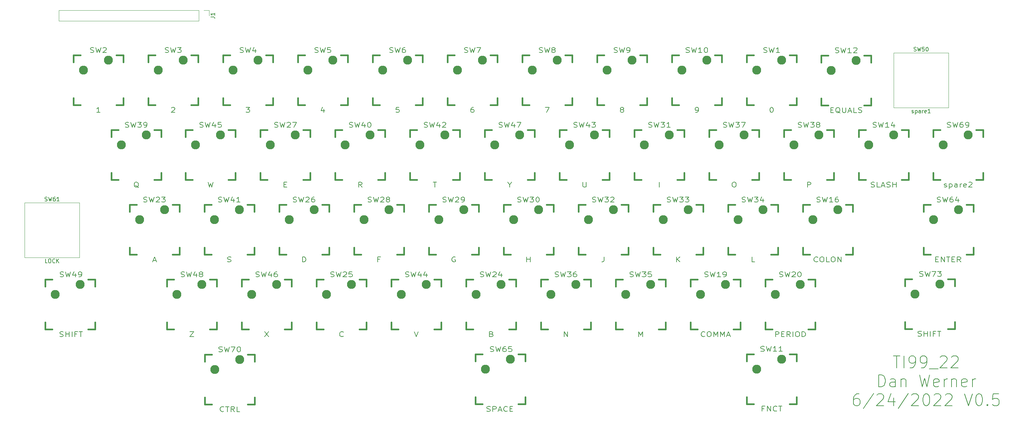
<source format=gbr>
G04 #@! TF.GenerationSoftware,KiCad,Pcbnew,6.0.1-79c1e3a40b~116~ubuntu21.04.1*
G04 #@! TF.CreationDate,2022-06-30T07:28:59-05:00*
G04 #@! TF.ProjectId,Keyboard,4b657962-6f61-4726-942e-6b696361645f,rev?*
G04 #@! TF.SameCoordinates,Original*
G04 #@! TF.FileFunction,Legend,Top*
G04 #@! TF.FilePolarity,Positive*
%FSLAX46Y46*%
G04 Gerber Fmt 4.6, Leading zero omitted, Abs format (unit mm)*
G04 Created by KiCad (PCBNEW 6.0.1-79c1e3a40b~116~ubuntu21.04.1) date 2022-06-30 07:28:59*
%MOMM*%
%LPD*%
G01*
G04 APERTURE LIST*
%ADD10C,0.150000*%
%ADD11C,0.203200*%
%ADD12C,0.381000*%
%ADD13C,0.120000*%
%ADD14C,2.286000*%
G04 APERTURE END LIST*
D10*
X274171428Y-194727142D02*
X275885714Y-194727142D01*
X275028571Y-197727142D02*
X275028571Y-194727142D01*
X276885714Y-197727142D02*
X276885714Y-194727142D01*
X278457142Y-197727142D02*
X279028571Y-197727142D01*
X279314285Y-197584285D01*
X279457142Y-197441428D01*
X279742857Y-197012857D01*
X279885714Y-196441428D01*
X279885714Y-195298571D01*
X279742857Y-195012857D01*
X279600000Y-194870000D01*
X279314285Y-194727142D01*
X278742857Y-194727142D01*
X278457142Y-194870000D01*
X278314285Y-195012857D01*
X278171428Y-195298571D01*
X278171428Y-196012857D01*
X278314285Y-196298571D01*
X278457142Y-196441428D01*
X278742857Y-196584285D01*
X279314285Y-196584285D01*
X279600000Y-196441428D01*
X279742857Y-196298571D01*
X279885714Y-196012857D01*
X281314285Y-197727142D02*
X281885714Y-197727142D01*
X282171428Y-197584285D01*
X282314285Y-197441428D01*
X282600000Y-197012857D01*
X282742857Y-196441428D01*
X282742857Y-195298571D01*
X282600000Y-195012857D01*
X282457142Y-194870000D01*
X282171428Y-194727142D01*
X281600000Y-194727142D01*
X281314285Y-194870000D01*
X281171428Y-195012857D01*
X281028571Y-195298571D01*
X281028571Y-196012857D01*
X281171428Y-196298571D01*
X281314285Y-196441428D01*
X281600000Y-196584285D01*
X282171428Y-196584285D01*
X282457142Y-196441428D01*
X282600000Y-196298571D01*
X282742857Y-196012857D01*
X283314285Y-198012857D02*
X285600000Y-198012857D01*
X286171428Y-195012857D02*
X286314285Y-194870000D01*
X286600000Y-194727142D01*
X287314285Y-194727142D01*
X287600000Y-194870000D01*
X287742857Y-195012857D01*
X287885714Y-195298571D01*
X287885714Y-195584285D01*
X287742857Y-196012857D01*
X286028571Y-197727142D01*
X287885714Y-197727142D01*
X289028571Y-195012857D02*
X289171428Y-194870000D01*
X289457142Y-194727142D01*
X290171428Y-194727142D01*
X290457142Y-194870000D01*
X290600000Y-195012857D01*
X290742857Y-195298571D01*
X290742857Y-195584285D01*
X290600000Y-196012857D01*
X288885714Y-197727142D01*
X290742857Y-197727142D01*
X270457142Y-202557142D02*
X270457142Y-199557142D01*
X271171428Y-199557142D01*
X271600000Y-199700000D01*
X271885714Y-199985714D01*
X272028571Y-200271428D01*
X272171428Y-200842857D01*
X272171428Y-201271428D01*
X272028571Y-201842857D01*
X271885714Y-202128571D01*
X271600000Y-202414285D01*
X271171428Y-202557142D01*
X270457142Y-202557142D01*
X274742857Y-202557142D02*
X274742857Y-200985714D01*
X274600000Y-200700000D01*
X274314285Y-200557142D01*
X273742857Y-200557142D01*
X273457142Y-200700000D01*
X274742857Y-202414285D02*
X274457142Y-202557142D01*
X273742857Y-202557142D01*
X273457142Y-202414285D01*
X273314285Y-202128571D01*
X273314285Y-201842857D01*
X273457142Y-201557142D01*
X273742857Y-201414285D01*
X274457142Y-201414285D01*
X274742857Y-201271428D01*
X276171428Y-200557142D02*
X276171428Y-202557142D01*
X276171428Y-200842857D02*
X276314285Y-200700000D01*
X276600000Y-200557142D01*
X277028571Y-200557142D01*
X277314285Y-200700000D01*
X277457142Y-200985714D01*
X277457142Y-202557142D01*
X280885714Y-199557142D02*
X281600000Y-202557142D01*
X282171428Y-200414285D01*
X282742857Y-202557142D01*
X283457142Y-199557142D01*
X285742857Y-202414285D02*
X285457142Y-202557142D01*
X284885714Y-202557142D01*
X284600000Y-202414285D01*
X284457142Y-202128571D01*
X284457142Y-200985714D01*
X284600000Y-200700000D01*
X284885714Y-200557142D01*
X285457142Y-200557142D01*
X285742857Y-200700000D01*
X285885714Y-200985714D01*
X285885714Y-201271428D01*
X284457142Y-201557142D01*
X287171428Y-202557142D02*
X287171428Y-200557142D01*
X287171428Y-201128571D02*
X287314285Y-200842857D01*
X287457142Y-200700000D01*
X287742857Y-200557142D01*
X288028571Y-200557142D01*
X289028571Y-200557142D02*
X289028571Y-202557142D01*
X289028571Y-200842857D02*
X289171428Y-200700000D01*
X289457142Y-200557142D01*
X289885714Y-200557142D01*
X290171428Y-200700000D01*
X290314285Y-200985714D01*
X290314285Y-202557142D01*
X292885714Y-202414285D02*
X292600000Y-202557142D01*
X292028571Y-202557142D01*
X291742857Y-202414285D01*
X291600000Y-202128571D01*
X291600000Y-200985714D01*
X291742857Y-200700000D01*
X292028571Y-200557142D01*
X292600000Y-200557142D01*
X292885714Y-200700000D01*
X293028571Y-200985714D01*
X293028571Y-201271428D01*
X291600000Y-201557142D01*
X294314285Y-202557142D02*
X294314285Y-200557142D01*
X294314285Y-201128571D02*
X294457142Y-200842857D01*
X294600000Y-200700000D01*
X294885714Y-200557142D01*
X295171428Y-200557142D01*
X265457142Y-204387142D02*
X264885714Y-204387142D01*
X264600000Y-204530000D01*
X264457142Y-204672857D01*
X264171428Y-205101428D01*
X264028571Y-205672857D01*
X264028571Y-206815714D01*
X264171428Y-207101428D01*
X264314285Y-207244285D01*
X264600000Y-207387142D01*
X265171428Y-207387142D01*
X265457142Y-207244285D01*
X265600000Y-207101428D01*
X265742857Y-206815714D01*
X265742857Y-206101428D01*
X265600000Y-205815714D01*
X265457142Y-205672857D01*
X265171428Y-205530000D01*
X264600000Y-205530000D01*
X264314285Y-205672857D01*
X264171428Y-205815714D01*
X264028571Y-206101428D01*
X269171428Y-204244285D02*
X266600000Y-208101428D01*
X270028571Y-204672857D02*
X270171428Y-204530000D01*
X270457142Y-204387142D01*
X271171428Y-204387142D01*
X271457142Y-204530000D01*
X271600000Y-204672857D01*
X271742857Y-204958571D01*
X271742857Y-205244285D01*
X271600000Y-205672857D01*
X269885714Y-207387142D01*
X271742857Y-207387142D01*
X274314285Y-205387142D02*
X274314285Y-207387142D01*
X273600000Y-204244285D02*
X272885714Y-206387142D01*
X274742857Y-206387142D01*
X278028571Y-204244285D02*
X275457142Y-208101428D01*
X278885714Y-204672857D02*
X279028571Y-204530000D01*
X279314285Y-204387142D01*
X280028571Y-204387142D01*
X280314285Y-204530000D01*
X280457142Y-204672857D01*
X280600000Y-204958571D01*
X280600000Y-205244285D01*
X280457142Y-205672857D01*
X278742857Y-207387142D01*
X280600000Y-207387142D01*
X282457142Y-204387142D02*
X282742857Y-204387142D01*
X283028571Y-204530000D01*
X283171428Y-204672857D01*
X283314285Y-204958571D01*
X283457142Y-205530000D01*
X283457142Y-206244285D01*
X283314285Y-206815714D01*
X283171428Y-207101428D01*
X283028571Y-207244285D01*
X282742857Y-207387142D01*
X282457142Y-207387142D01*
X282171428Y-207244285D01*
X282028571Y-207101428D01*
X281885714Y-206815714D01*
X281742857Y-206244285D01*
X281742857Y-205530000D01*
X281885714Y-204958571D01*
X282028571Y-204672857D01*
X282171428Y-204530000D01*
X282457142Y-204387142D01*
X284600000Y-204672857D02*
X284742857Y-204530000D01*
X285028571Y-204387142D01*
X285742857Y-204387142D01*
X286028571Y-204530000D01*
X286171428Y-204672857D01*
X286314285Y-204958571D01*
X286314285Y-205244285D01*
X286171428Y-205672857D01*
X284457142Y-207387142D01*
X286314285Y-207387142D01*
X287457142Y-204672857D02*
X287600000Y-204530000D01*
X287885714Y-204387142D01*
X288600000Y-204387142D01*
X288885714Y-204530000D01*
X289028571Y-204672857D01*
X289171428Y-204958571D01*
X289171428Y-205244285D01*
X289028571Y-205672857D01*
X287314285Y-207387142D01*
X289171428Y-207387142D01*
X292314285Y-204387142D02*
X293314285Y-207387142D01*
X294314285Y-204387142D01*
X295885714Y-204387142D02*
X296171428Y-204387142D01*
X296457142Y-204530000D01*
X296600000Y-204672857D01*
X296742857Y-204958571D01*
X296885714Y-205530000D01*
X296885714Y-206244285D01*
X296742857Y-206815714D01*
X296600000Y-207101428D01*
X296457142Y-207244285D01*
X296171428Y-207387142D01*
X295885714Y-207387142D01*
X295600000Y-207244285D01*
X295457142Y-207101428D01*
X295314285Y-206815714D01*
X295171428Y-206244285D01*
X295171428Y-205530000D01*
X295314285Y-204958571D01*
X295457142Y-204672857D01*
X295600000Y-204530000D01*
X295885714Y-204387142D01*
X298171428Y-207101428D02*
X298314285Y-207244285D01*
X298171428Y-207387142D01*
X298028571Y-207244285D01*
X298171428Y-207101428D01*
X298171428Y-207387142D01*
X301028571Y-204387142D02*
X299600000Y-204387142D01*
X299457142Y-205815714D01*
X299600000Y-205672857D01*
X299885714Y-205530000D01*
X300600000Y-205530000D01*
X300885714Y-205672857D01*
X301028571Y-205815714D01*
X301171428Y-206101428D01*
X301171428Y-206815714D01*
X301028571Y-207101428D01*
X300885714Y-207244285D01*
X300600000Y-207387142D01*
X299885714Y-207387142D01*
X299600000Y-207244285D01*
X299457142Y-207101428D01*
D11*
X241173000Y-117354047D02*
X241390714Y-117414523D01*
X241753571Y-117414523D01*
X241898714Y-117354047D01*
X241971285Y-117293571D01*
X242043857Y-117172619D01*
X242043857Y-117051666D01*
X241971285Y-116930714D01*
X241898714Y-116870238D01*
X241753571Y-116809761D01*
X241463285Y-116749285D01*
X241318142Y-116688809D01*
X241245571Y-116628333D01*
X241173000Y-116507380D01*
X241173000Y-116386428D01*
X241245571Y-116265476D01*
X241318142Y-116205000D01*
X241463285Y-116144523D01*
X241826142Y-116144523D01*
X242043857Y-116205000D01*
X242551857Y-116144523D02*
X242914714Y-117414523D01*
X243205000Y-116507380D01*
X243495285Y-117414523D01*
X243858142Y-116144523D01*
X245237000Y-117414523D02*
X244366142Y-117414523D01*
X244801571Y-117414523D02*
X244801571Y-116144523D01*
X244656428Y-116325952D01*
X244511285Y-116446904D01*
X244366142Y-116507380D01*
X243132428Y-131384523D02*
X243277571Y-131384523D01*
X243422714Y-131445000D01*
X243495285Y-131505476D01*
X243567857Y-131626428D01*
X243640428Y-131868333D01*
X243640428Y-132170714D01*
X243567857Y-132412619D01*
X243495285Y-132533571D01*
X243422714Y-132594047D01*
X243277571Y-132654523D01*
X243132428Y-132654523D01*
X242987285Y-132594047D01*
X242914714Y-132533571D01*
X242842142Y-132412619D01*
X242769571Y-132170714D01*
X242769571Y-131868333D01*
X242842142Y-131626428D01*
X242914714Y-131505476D01*
X242987285Y-131445000D01*
X243132428Y-131384523D01*
X69723000Y-117354047D02*
X69940714Y-117414523D01*
X70303571Y-117414523D01*
X70448714Y-117354047D01*
X70521285Y-117293571D01*
X70593857Y-117172619D01*
X70593857Y-117051666D01*
X70521285Y-116930714D01*
X70448714Y-116870238D01*
X70303571Y-116809761D01*
X70013285Y-116749285D01*
X69868142Y-116688809D01*
X69795571Y-116628333D01*
X69723000Y-116507380D01*
X69723000Y-116386428D01*
X69795571Y-116265476D01*
X69868142Y-116205000D01*
X70013285Y-116144523D01*
X70376142Y-116144523D01*
X70593857Y-116205000D01*
X71101857Y-116144523D02*
X71464714Y-117414523D01*
X71755000Y-116507380D01*
X72045285Y-117414523D01*
X72408142Y-116144523D01*
X72916142Y-116265476D02*
X72988714Y-116205000D01*
X73133857Y-116144523D01*
X73496714Y-116144523D01*
X73641857Y-116205000D01*
X73714428Y-116265476D01*
X73787000Y-116386428D01*
X73787000Y-116507380D01*
X73714428Y-116688809D01*
X72843571Y-117414523D01*
X73787000Y-117414523D01*
X72190428Y-132654523D02*
X71319571Y-132654523D01*
X71755000Y-132654523D02*
X71755000Y-131384523D01*
X71609857Y-131565952D01*
X71464714Y-131686904D01*
X71319571Y-131747380D01*
X88773000Y-117354047D02*
X88990714Y-117414523D01*
X89353571Y-117414523D01*
X89498714Y-117354047D01*
X89571285Y-117293571D01*
X89643857Y-117172619D01*
X89643857Y-117051666D01*
X89571285Y-116930714D01*
X89498714Y-116870238D01*
X89353571Y-116809761D01*
X89063285Y-116749285D01*
X88918142Y-116688809D01*
X88845571Y-116628333D01*
X88773000Y-116507380D01*
X88773000Y-116386428D01*
X88845571Y-116265476D01*
X88918142Y-116205000D01*
X89063285Y-116144523D01*
X89426142Y-116144523D01*
X89643857Y-116205000D01*
X90151857Y-116144523D02*
X90514714Y-117414523D01*
X90805000Y-116507380D01*
X91095285Y-117414523D01*
X91458142Y-116144523D01*
X91893571Y-116144523D02*
X92837000Y-116144523D01*
X92329000Y-116628333D01*
X92546714Y-116628333D01*
X92691857Y-116688809D01*
X92764428Y-116749285D01*
X92837000Y-116870238D01*
X92837000Y-117172619D01*
X92764428Y-117293571D01*
X92691857Y-117354047D01*
X92546714Y-117414523D01*
X92111285Y-117414523D01*
X91966142Y-117354047D01*
X91893571Y-117293571D01*
X90369571Y-131505476D02*
X90442142Y-131445000D01*
X90587285Y-131384523D01*
X90950142Y-131384523D01*
X91095285Y-131445000D01*
X91167857Y-131505476D01*
X91240428Y-131626428D01*
X91240428Y-131747380D01*
X91167857Y-131928809D01*
X90297000Y-132654523D01*
X91240428Y-132654523D01*
X107823000Y-117354047D02*
X108040714Y-117414523D01*
X108403571Y-117414523D01*
X108548714Y-117354047D01*
X108621285Y-117293571D01*
X108693857Y-117172619D01*
X108693857Y-117051666D01*
X108621285Y-116930714D01*
X108548714Y-116870238D01*
X108403571Y-116809761D01*
X108113285Y-116749285D01*
X107968142Y-116688809D01*
X107895571Y-116628333D01*
X107823000Y-116507380D01*
X107823000Y-116386428D01*
X107895571Y-116265476D01*
X107968142Y-116205000D01*
X108113285Y-116144523D01*
X108476142Y-116144523D01*
X108693857Y-116205000D01*
X109201857Y-116144523D02*
X109564714Y-117414523D01*
X109855000Y-116507380D01*
X110145285Y-117414523D01*
X110508142Y-116144523D01*
X111741857Y-116567857D02*
X111741857Y-117414523D01*
X111379000Y-116084047D02*
X111016142Y-116991190D01*
X111959571Y-116991190D01*
X109347000Y-131384523D02*
X110290428Y-131384523D01*
X109782428Y-131868333D01*
X110000142Y-131868333D01*
X110145285Y-131928809D01*
X110217857Y-131989285D01*
X110290428Y-132110238D01*
X110290428Y-132412619D01*
X110217857Y-132533571D01*
X110145285Y-132594047D01*
X110000142Y-132654523D01*
X109564714Y-132654523D01*
X109419571Y-132594047D01*
X109347000Y-132533571D01*
X126873000Y-117354047D02*
X127090714Y-117414523D01*
X127453571Y-117414523D01*
X127598714Y-117354047D01*
X127671285Y-117293571D01*
X127743857Y-117172619D01*
X127743857Y-117051666D01*
X127671285Y-116930714D01*
X127598714Y-116870238D01*
X127453571Y-116809761D01*
X127163285Y-116749285D01*
X127018142Y-116688809D01*
X126945571Y-116628333D01*
X126873000Y-116507380D01*
X126873000Y-116386428D01*
X126945571Y-116265476D01*
X127018142Y-116205000D01*
X127163285Y-116144523D01*
X127526142Y-116144523D01*
X127743857Y-116205000D01*
X128251857Y-116144523D02*
X128614714Y-117414523D01*
X128905000Y-116507380D01*
X129195285Y-117414523D01*
X129558142Y-116144523D01*
X130864428Y-116144523D02*
X130138714Y-116144523D01*
X130066142Y-116749285D01*
X130138714Y-116688809D01*
X130283857Y-116628333D01*
X130646714Y-116628333D01*
X130791857Y-116688809D01*
X130864428Y-116749285D01*
X130937000Y-116870238D01*
X130937000Y-117172619D01*
X130864428Y-117293571D01*
X130791857Y-117354047D01*
X130646714Y-117414523D01*
X130283857Y-117414523D01*
X130138714Y-117354047D01*
X130066142Y-117293571D01*
X129195285Y-131807857D02*
X129195285Y-132654523D01*
X128832428Y-131324047D02*
X128469571Y-132231190D01*
X129413000Y-132231190D01*
X145923000Y-117354047D02*
X146140714Y-117414523D01*
X146503571Y-117414523D01*
X146648714Y-117354047D01*
X146721285Y-117293571D01*
X146793857Y-117172619D01*
X146793857Y-117051666D01*
X146721285Y-116930714D01*
X146648714Y-116870238D01*
X146503571Y-116809761D01*
X146213285Y-116749285D01*
X146068142Y-116688809D01*
X145995571Y-116628333D01*
X145923000Y-116507380D01*
X145923000Y-116386428D01*
X145995571Y-116265476D01*
X146068142Y-116205000D01*
X146213285Y-116144523D01*
X146576142Y-116144523D01*
X146793857Y-116205000D01*
X147301857Y-116144523D02*
X147664714Y-117414523D01*
X147955000Y-116507380D01*
X148245285Y-117414523D01*
X148608142Y-116144523D01*
X149841857Y-116144523D02*
X149551571Y-116144523D01*
X149406428Y-116205000D01*
X149333857Y-116265476D01*
X149188714Y-116446904D01*
X149116142Y-116688809D01*
X149116142Y-117172619D01*
X149188714Y-117293571D01*
X149261285Y-117354047D01*
X149406428Y-117414523D01*
X149696714Y-117414523D01*
X149841857Y-117354047D01*
X149914428Y-117293571D01*
X149987000Y-117172619D01*
X149987000Y-116870238D01*
X149914428Y-116749285D01*
X149841857Y-116688809D01*
X149696714Y-116628333D01*
X149406428Y-116628333D01*
X149261285Y-116688809D01*
X149188714Y-116749285D01*
X149116142Y-116870238D01*
X148317857Y-131384523D02*
X147592142Y-131384523D01*
X147519571Y-131989285D01*
X147592142Y-131928809D01*
X147737285Y-131868333D01*
X148100142Y-131868333D01*
X148245285Y-131928809D01*
X148317857Y-131989285D01*
X148390428Y-132110238D01*
X148390428Y-132412619D01*
X148317857Y-132533571D01*
X148245285Y-132594047D01*
X148100142Y-132654523D01*
X147737285Y-132654523D01*
X147592142Y-132594047D01*
X147519571Y-132533571D01*
X164973000Y-117354047D02*
X165190714Y-117414523D01*
X165553571Y-117414523D01*
X165698714Y-117354047D01*
X165771285Y-117293571D01*
X165843857Y-117172619D01*
X165843857Y-117051666D01*
X165771285Y-116930714D01*
X165698714Y-116870238D01*
X165553571Y-116809761D01*
X165263285Y-116749285D01*
X165118142Y-116688809D01*
X165045571Y-116628333D01*
X164973000Y-116507380D01*
X164973000Y-116386428D01*
X165045571Y-116265476D01*
X165118142Y-116205000D01*
X165263285Y-116144523D01*
X165626142Y-116144523D01*
X165843857Y-116205000D01*
X166351857Y-116144523D02*
X166714714Y-117414523D01*
X167005000Y-116507380D01*
X167295285Y-117414523D01*
X167658142Y-116144523D01*
X168093571Y-116144523D02*
X169109571Y-116144523D01*
X168456428Y-117414523D01*
X167295285Y-131384523D02*
X167005000Y-131384523D01*
X166859857Y-131445000D01*
X166787285Y-131505476D01*
X166642142Y-131686904D01*
X166569571Y-131928809D01*
X166569571Y-132412619D01*
X166642142Y-132533571D01*
X166714714Y-132594047D01*
X166859857Y-132654523D01*
X167150142Y-132654523D01*
X167295285Y-132594047D01*
X167367857Y-132533571D01*
X167440428Y-132412619D01*
X167440428Y-132110238D01*
X167367857Y-131989285D01*
X167295285Y-131928809D01*
X167150142Y-131868333D01*
X166859857Y-131868333D01*
X166714714Y-131928809D01*
X166642142Y-131989285D01*
X166569571Y-132110238D01*
X184023000Y-117354047D02*
X184240714Y-117414523D01*
X184603571Y-117414523D01*
X184748714Y-117354047D01*
X184821285Y-117293571D01*
X184893857Y-117172619D01*
X184893857Y-117051666D01*
X184821285Y-116930714D01*
X184748714Y-116870238D01*
X184603571Y-116809761D01*
X184313285Y-116749285D01*
X184168142Y-116688809D01*
X184095571Y-116628333D01*
X184023000Y-116507380D01*
X184023000Y-116386428D01*
X184095571Y-116265476D01*
X184168142Y-116205000D01*
X184313285Y-116144523D01*
X184676142Y-116144523D01*
X184893857Y-116205000D01*
X185401857Y-116144523D02*
X185764714Y-117414523D01*
X186055000Y-116507380D01*
X186345285Y-117414523D01*
X186708142Y-116144523D01*
X187506428Y-116688809D02*
X187361285Y-116628333D01*
X187288714Y-116567857D01*
X187216142Y-116446904D01*
X187216142Y-116386428D01*
X187288714Y-116265476D01*
X187361285Y-116205000D01*
X187506428Y-116144523D01*
X187796714Y-116144523D01*
X187941857Y-116205000D01*
X188014428Y-116265476D01*
X188087000Y-116386428D01*
X188087000Y-116446904D01*
X188014428Y-116567857D01*
X187941857Y-116628333D01*
X187796714Y-116688809D01*
X187506428Y-116688809D01*
X187361285Y-116749285D01*
X187288714Y-116809761D01*
X187216142Y-116930714D01*
X187216142Y-117172619D01*
X187288714Y-117293571D01*
X187361285Y-117354047D01*
X187506428Y-117414523D01*
X187796714Y-117414523D01*
X187941857Y-117354047D01*
X188014428Y-117293571D01*
X188087000Y-117172619D01*
X188087000Y-116930714D01*
X188014428Y-116809761D01*
X187941857Y-116749285D01*
X187796714Y-116688809D01*
X185547000Y-131384523D02*
X186563000Y-131384523D01*
X185909857Y-132654523D01*
X203073000Y-117354047D02*
X203290714Y-117414523D01*
X203653571Y-117414523D01*
X203798714Y-117354047D01*
X203871285Y-117293571D01*
X203943857Y-117172619D01*
X203943857Y-117051666D01*
X203871285Y-116930714D01*
X203798714Y-116870238D01*
X203653571Y-116809761D01*
X203363285Y-116749285D01*
X203218142Y-116688809D01*
X203145571Y-116628333D01*
X203073000Y-116507380D01*
X203073000Y-116386428D01*
X203145571Y-116265476D01*
X203218142Y-116205000D01*
X203363285Y-116144523D01*
X203726142Y-116144523D01*
X203943857Y-116205000D01*
X204451857Y-116144523D02*
X204814714Y-117414523D01*
X205105000Y-116507380D01*
X205395285Y-117414523D01*
X205758142Y-116144523D01*
X206411285Y-117414523D02*
X206701571Y-117414523D01*
X206846714Y-117354047D01*
X206919285Y-117293571D01*
X207064428Y-117112142D01*
X207137000Y-116870238D01*
X207137000Y-116386428D01*
X207064428Y-116265476D01*
X206991857Y-116205000D01*
X206846714Y-116144523D01*
X206556428Y-116144523D01*
X206411285Y-116205000D01*
X206338714Y-116265476D01*
X206266142Y-116386428D01*
X206266142Y-116688809D01*
X206338714Y-116809761D01*
X206411285Y-116870238D01*
X206556428Y-116930714D01*
X206846714Y-116930714D01*
X206991857Y-116870238D01*
X207064428Y-116809761D01*
X207137000Y-116688809D01*
X204959857Y-131928809D02*
X204814714Y-131868333D01*
X204742142Y-131807857D01*
X204669571Y-131686904D01*
X204669571Y-131626428D01*
X204742142Y-131505476D01*
X204814714Y-131445000D01*
X204959857Y-131384523D01*
X205250142Y-131384523D01*
X205395285Y-131445000D01*
X205467857Y-131505476D01*
X205540428Y-131626428D01*
X205540428Y-131686904D01*
X205467857Y-131807857D01*
X205395285Y-131868333D01*
X205250142Y-131928809D01*
X204959857Y-131928809D01*
X204814714Y-131989285D01*
X204742142Y-132049761D01*
X204669571Y-132170714D01*
X204669571Y-132412619D01*
X204742142Y-132533571D01*
X204814714Y-132594047D01*
X204959857Y-132654523D01*
X205250142Y-132654523D01*
X205395285Y-132594047D01*
X205467857Y-132533571D01*
X205540428Y-132412619D01*
X205540428Y-132170714D01*
X205467857Y-132049761D01*
X205395285Y-131989285D01*
X205250142Y-131928809D01*
X221397285Y-117354047D02*
X221615000Y-117414523D01*
X221977857Y-117414523D01*
X222123000Y-117354047D01*
X222195571Y-117293571D01*
X222268142Y-117172619D01*
X222268142Y-117051666D01*
X222195571Y-116930714D01*
X222123000Y-116870238D01*
X221977857Y-116809761D01*
X221687571Y-116749285D01*
X221542428Y-116688809D01*
X221469857Y-116628333D01*
X221397285Y-116507380D01*
X221397285Y-116386428D01*
X221469857Y-116265476D01*
X221542428Y-116205000D01*
X221687571Y-116144523D01*
X222050428Y-116144523D01*
X222268142Y-116205000D01*
X222776142Y-116144523D02*
X223139000Y-117414523D01*
X223429285Y-116507380D01*
X223719571Y-117414523D01*
X224082428Y-116144523D01*
X225461285Y-117414523D02*
X224590428Y-117414523D01*
X225025857Y-117414523D02*
X225025857Y-116144523D01*
X224880714Y-116325952D01*
X224735571Y-116446904D01*
X224590428Y-116507380D01*
X226404714Y-116144523D02*
X226549857Y-116144523D01*
X226695000Y-116205000D01*
X226767571Y-116265476D01*
X226840142Y-116386428D01*
X226912714Y-116628333D01*
X226912714Y-116930714D01*
X226840142Y-117172619D01*
X226767571Y-117293571D01*
X226695000Y-117354047D01*
X226549857Y-117414523D01*
X226404714Y-117414523D01*
X226259571Y-117354047D01*
X226187000Y-117293571D01*
X226114428Y-117172619D01*
X226041857Y-116930714D01*
X226041857Y-116628333D01*
X226114428Y-116386428D01*
X226187000Y-116265476D01*
X226259571Y-116205000D01*
X226404714Y-116144523D01*
X223864714Y-132654523D02*
X224155000Y-132654523D01*
X224300142Y-132594047D01*
X224372714Y-132533571D01*
X224517857Y-132352142D01*
X224590428Y-132110238D01*
X224590428Y-131626428D01*
X224517857Y-131505476D01*
X224445285Y-131445000D01*
X224300142Y-131384523D01*
X224009857Y-131384523D01*
X223864714Y-131445000D01*
X223792142Y-131505476D01*
X223719571Y-131626428D01*
X223719571Y-131928809D01*
X223792142Y-132049761D01*
X223864714Y-132110238D01*
X224009857Y-132170714D01*
X224300142Y-132170714D01*
X224445285Y-132110238D01*
X224517857Y-132049761D01*
X224590428Y-131928809D01*
X240442285Y-193494047D02*
X240660000Y-193554523D01*
X241022857Y-193554523D01*
X241168000Y-193494047D01*
X241240571Y-193433571D01*
X241313142Y-193312619D01*
X241313142Y-193191666D01*
X241240571Y-193070714D01*
X241168000Y-193010238D01*
X241022857Y-192949761D01*
X240732571Y-192889285D01*
X240587428Y-192828809D01*
X240514857Y-192768333D01*
X240442285Y-192647380D01*
X240442285Y-192526428D01*
X240514857Y-192405476D01*
X240587428Y-192345000D01*
X240732571Y-192284523D01*
X241095428Y-192284523D01*
X241313142Y-192345000D01*
X241821142Y-192284523D02*
X242184000Y-193554523D01*
X242474285Y-192647380D01*
X242764571Y-193554523D01*
X243127428Y-192284523D01*
X244506285Y-193554523D02*
X243635428Y-193554523D01*
X244070857Y-193554523D02*
X244070857Y-192284523D01*
X243925714Y-192465952D01*
X243780571Y-192586904D01*
X243635428Y-192647380D01*
X245957714Y-193554523D02*
X245086857Y-193554523D01*
X245522285Y-193554523D02*
X245522285Y-192284523D01*
X245377142Y-192465952D01*
X245232000Y-192586904D01*
X245086857Y-192647380D01*
X241276857Y-208129285D02*
X240768857Y-208129285D01*
X240768857Y-208794523D02*
X240768857Y-207524523D01*
X241494571Y-207524523D01*
X242075142Y-208794523D02*
X242075142Y-207524523D01*
X242946000Y-208794523D01*
X242946000Y-207524523D01*
X244542571Y-208673571D02*
X244470000Y-208734047D01*
X244252285Y-208794523D01*
X244107142Y-208794523D01*
X243889428Y-208734047D01*
X243744285Y-208613095D01*
X243671714Y-208492142D01*
X243599142Y-208250238D01*
X243599142Y-208068809D01*
X243671714Y-207826904D01*
X243744285Y-207705952D01*
X243889428Y-207585000D01*
X244107142Y-207524523D01*
X244252285Y-207524523D01*
X244470000Y-207585000D01*
X244542571Y-207645476D01*
X244978000Y-207524523D02*
X245848857Y-207524523D01*
X245413428Y-208794523D02*
X245413428Y-207524523D01*
X259442285Y-117394047D02*
X259660000Y-117454523D01*
X260022857Y-117454523D01*
X260168000Y-117394047D01*
X260240571Y-117333571D01*
X260313142Y-117212619D01*
X260313142Y-117091666D01*
X260240571Y-116970714D01*
X260168000Y-116910238D01*
X260022857Y-116849761D01*
X259732571Y-116789285D01*
X259587428Y-116728809D01*
X259514857Y-116668333D01*
X259442285Y-116547380D01*
X259442285Y-116426428D01*
X259514857Y-116305476D01*
X259587428Y-116245000D01*
X259732571Y-116184523D01*
X260095428Y-116184523D01*
X260313142Y-116245000D01*
X260821142Y-116184523D02*
X261184000Y-117454523D01*
X261474285Y-116547380D01*
X261764571Y-117454523D01*
X262127428Y-116184523D01*
X263506285Y-117454523D02*
X262635428Y-117454523D01*
X263070857Y-117454523D02*
X263070857Y-116184523D01*
X262925714Y-116365952D01*
X262780571Y-116486904D01*
X262635428Y-116547380D01*
X264086857Y-116305476D02*
X264159428Y-116245000D01*
X264304571Y-116184523D01*
X264667428Y-116184523D01*
X264812571Y-116245000D01*
X264885142Y-116305476D01*
X264957714Y-116426428D01*
X264957714Y-116547380D01*
X264885142Y-116728809D01*
X264014285Y-117454523D01*
X264957714Y-117454523D01*
X258281142Y-132029285D02*
X258789142Y-132029285D01*
X259006857Y-132694523D02*
X258281142Y-132694523D01*
X258281142Y-131424523D01*
X259006857Y-131424523D01*
X260676000Y-132815476D02*
X260530857Y-132755000D01*
X260385714Y-132634047D01*
X260168000Y-132452619D01*
X260022857Y-132392142D01*
X259877714Y-132392142D01*
X259950285Y-132694523D02*
X259805142Y-132634047D01*
X259660000Y-132513095D01*
X259587428Y-132271190D01*
X259587428Y-131847857D01*
X259660000Y-131605952D01*
X259805142Y-131485000D01*
X259950285Y-131424523D01*
X260240571Y-131424523D01*
X260385714Y-131485000D01*
X260530857Y-131605952D01*
X260603428Y-131847857D01*
X260603428Y-132271190D01*
X260530857Y-132513095D01*
X260385714Y-132634047D01*
X260240571Y-132694523D01*
X259950285Y-132694523D01*
X261256571Y-131424523D02*
X261256571Y-132452619D01*
X261329142Y-132573571D01*
X261401714Y-132634047D01*
X261546857Y-132694523D01*
X261837142Y-132694523D01*
X261982285Y-132634047D01*
X262054857Y-132573571D01*
X262127428Y-132452619D01*
X262127428Y-131424523D01*
X262780571Y-132331666D02*
X263506285Y-132331666D01*
X262635428Y-132694523D02*
X263143428Y-131424523D01*
X263651428Y-132694523D01*
X264885142Y-132694523D02*
X264159428Y-132694523D01*
X264159428Y-131424523D01*
X265320571Y-132634047D02*
X265538285Y-132694523D01*
X265901142Y-132694523D01*
X266046285Y-132634047D01*
X266118857Y-132573571D01*
X266191428Y-132452619D01*
X266191428Y-132331666D01*
X266118857Y-132210714D01*
X266046285Y-132150238D01*
X265901142Y-132089761D01*
X265610857Y-132029285D01*
X265465714Y-131968809D01*
X265393142Y-131908333D01*
X265320571Y-131787380D01*
X265320571Y-131666428D01*
X265393142Y-131545476D01*
X265465714Y-131485000D01*
X265610857Y-131424523D01*
X265973714Y-131424523D01*
X266191428Y-131485000D01*
X269022285Y-136404047D02*
X269240000Y-136464523D01*
X269602857Y-136464523D01*
X269748000Y-136404047D01*
X269820571Y-136343571D01*
X269893142Y-136222619D01*
X269893142Y-136101666D01*
X269820571Y-135980714D01*
X269748000Y-135920238D01*
X269602857Y-135859761D01*
X269312571Y-135799285D01*
X269167428Y-135738809D01*
X269094857Y-135678333D01*
X269022285Y-135557380D01*
X269022285Y-135436428D01*
X269094857Y-135315476D01*
X269167428Y-135255000D01*
X269312571Y-135194523D01*
X269675428Y-135194523D01*
X269893142Y-135255000D01*
X270401142Y-135194523D02*
X270764000Y-136464523D01*
X271054285Y-135557380D01*
X271344571Y-136464523D01*
X271707428Y-135194523D01*
X273086285Y-136464523D02*
X272215428Y-136464523D01*
X272650857Y-136464523D02*
X272650857Y-135194523D01*
X272505714Y-135375952D01*
X272360571Y-135496904D01*
X272215428Y-135557380D01*
X274392571Y-135617857D02*
X274392571Y-136464523D01*
X274029714Y-135134047D02*
X273666857Y-136041190D01*
X274610285Y-136041190D01*
X268550571Y-151644047D02*
X268768285Y-151704523D01*
X269131142Y-151704523D01*
X269276285Y-151644047D01*
X269348857Y-151583571D01*
X269421428Y-151462619D01*
X269421428Y-151341666D01*
X269348857Y-151220714D01*
X269276285Y-151160238D01*
X269131142Y-151099761D01*
X268840857Y-151039285D01*
X268695714Y-150978809D01*
X268623142Y-150918333D01*
X268550571Y-150797380D01*
X268550571Y-150676428D01*
X268623142Y-150555476D01*
X268695714Y-150495000D01*
X268840857Y-150434523D01*
X269203714Y-150434523D01*
X269421428Y-150495000D01*
X270800285Y-151704523D02*
X270074571Y-151704523D01*
X270074571Y-150434523D01*
X271235714Y-151341666D02*
X271961428Y-151341666D01*
X271090571Y-151704523D02*
X271598571Y-150434523D01*
X272106571Y-151704523D01*
X272542000Y-151644047D02*
X272759714Y-151704523D01*
X273122571Y-151704523D01*
X273267714Y-151644047D01*
X273340285Y-151583571D01*
X273412857Y-151462619D01*
X273412857Y-151341666D01*
X273340285Y-151220714D01*
X273267714Y-151160238D01*
X273122571Y-151099761D01*
X272832285Y-151039285D01*
X272687142Y-150978809D01*
X272614571Y-150918333D01*
X272542000Y-150797380D01*
X272542000Y-150676428D01*
X272614571Y-150555476D01*
X272687142Y-150495000D01*
X272832285Y-150434523D01*
X273195142Y-150434523D01*
X273412857Y-150495000D01*
X274066000Y-151704523D02*
X274066000Y-150434523D01*
X274066000Y-151039285D02*
X274936857Y-151039285D01*
X274936857Y-151704523D02*
X274936857Y-150434523D01*
X254734285Y-155454047D02*
X254952000Y-155514523D01*
X255314857Y-155514523D01*
X255460000Y-155454047D01*
X255532571Y-155393571D01*
X255605142Y-155272619D01*
X255605142Y-155151666D01*
X255532571Y-155030714D01*
X255460000Y-154970238D01*
X255314857Y-154909761D01*
X255024571Y-154849285D01*
X254879428Y-154788809D01*
X254806857Y-154728333D01*
X254734285Y-154607380D01*
X254734285Y-154486428D01*
X254806857Y-154365476D01*
X254879428Y-154305000D01*
X255024571Y-154244523D01*
X255387428Y-154244523D01*
X255605142Y-154305000D01*
X256113142Y-154244523D02*
X256476000Y-155514523D01*
X256766285Y-154607380D01*
X257056571Y-155514523D01*
X257419428Y-154244523D01*
X258798285Y-155514523D02*
X257927428Y-155514523D01*
X258362857Y-155514523D02*
X258362857Y-154244523D01*
X258217714Y-154425952D01*
X258072571Y-154546904D01*
X257927428Y-154607380D01*
X260104571Y-154244523D02*
X259814285Y-154244523D01*
X259669142Y-154305000D01*
X259596571Y-154365476D01*
X259451428Y-154546904D01*
X259378857Y-154788809D01*
X259378857Y-155272619D01*
X259451428Y-155393571D01*
X259524000Y-155454047D01*
X259669142Y-155514523D01*
X259959428Y-155514523D01*
X260104571Y-155454047D01*
X260177142Y-155393571D01*
X260249714Y-155272619D01*
X260249714Y-154970238D01*
X260177142Y-154849285D01*
X260104571Y-154788809D01*
X259959428Y-154728333D01*
X259669142Y-154728333D01*
X259524000Y-154788809D01*
X259451428Y-154849285D01*
X259378857Y-154970238D01*
X254952000Y-170633571D02*
X254879428Y-170694047D01*
X254661714Y-170754523D01*
X254516571Y-170754523D01*
X254298857Y-170694047D01*
X254153714Y-170573095D01*
X254081142Y-170452142D01*
X254008571Y-170210238D01*
X254008571Y-170028809D01*
X254081142Y-169786904D01*
X254153714Y-169665952D01*
X254298857Y-169545000D01*
X254516571Y-169484523D01*
X254661714Y-169484523D01*
X254879428Y-169545000D01*
X254952000Y-169605476D01*
X255895428Y-169484523D02*
X256185714Y-169484523D01*
X256330857Y-169545000D01*
X256476000Y-169665952D01*
X256548571Y-169907857D01*
X256548571Y-170331190D01*
X256476000Y-170573095D01*
X256330857Y-170694047D01*
X256185714Y-170754523D01*
X255895428Y-170754523D01*
X255750285Y-170694047D01*
X255605142Y-170573095D01*
X255532571Y-170331190D01*
X255532571Y-169907857D01*
X255605142Y-169665952D01*
X255750285Y-169545000D01*
X255895428Y-169484523D01*
X257927428Y-170754523D02*
X257201714Y-170754523D01*
X257201714Y-169484523D01*
X258725714Y-169484523D02*
X259016000Y-169484523D01*
X259161142Y-169545000D01*
X259306285Y-169665952D01*
X259378857Y-169907857D01*
X259378857Y-170331190D01*
X259306285Y-170573095D01*
X259161142Y-170694047D01*
X259016000Y-170754523D01*
X258725714Y-170754523D01*
X258580571Y-170694047D01*
X258435428Y-170573095D01*
X258362857Y-170331190D01*
X258362857Y-169907857D01*
X258435428Y-169665952D01*
X258580571Y-169545000D01*
X258725714Y-169484523D01*
X260032000Y-170754523D02*
X260032000Y-169484523D01*
X260902857Y-170754523D01*
X260902857Y-169484523D01*
X226160285Y-174504047D02*
X226378000Y-174564523D01*
X226740857Y-174564523D01*
X226886000Y-174504047D01*
X226958571Y-174443571D01*
X227031142Y-174322619D01*
X227031142Y-174201666D01*
X226958571Y-174080714D01*
X226886000Y-174020238D01*
X226740857Y-173959761D01*
X226450571Y-173899285D01*
X226305428Y-173838809D01*
X226232857Y-173778333D01*
X226160285Y-173657380D01*
X226160285Y-173536428D01*
X226232857Y-173415476D01*
X226305428Y-173355000D01*
X226450571Y-173294523D01*
X226813428Y-173294523D01*
X227031142Y-173355000D01*
X227539142Y-173294523D02*
X227902000Y-174564523D01*
X228192285Y-173657380D01*
X228482571Y-174564523D01*
X228845428Y-173294523D01*
X230224285Y-174564523D02*
X229353428Y-174564523D01*
X229788857Y-174564523D02*
X229788857Y-173294523D01*
X229643714Y-173475952D01*
X229498571Y-173596904D01*
X229353428Y-173657380D01*
X230950000Y-174564523D02*
X231240285Y-174564523D01*
X231385428Y-174504047D01*
X231458000Y-174443571D01*
X231603142Y-174262142D01*
X231675714Y-174020238D01*
X231675714Y-173536428D01*
X231603142Y-173415476D01*
X231530571Y-173355000D01*
X231385428Y-173294523D01*
X231095142Y-173294523D01*
X230950000Y-173355000D01*
X230877428Y-173415476D01*
X230804857Y-173536428D01*
X230804857Y-173838809D01*
X230877428Y-173959761D01*
X230950000Y-174020238D01*
X231095142Y-174080714D01*
X231385428Y-174080714D01*
X231530571Y-174020238D01*
X231603142Y-173959761D01*
X231675714Y-173838809D01*
X226196571Y-189683571D02*
X226124000Y-189744047D01*
X225906285Y-189804523D01*
X225761142Y-189804523D01*
X225543428Y-189744047D01*
X225398285Y-189623095D01*
X225325714Y-189502142D01*
X225253142Y-189260238D01*
X225253142Y-189078809D01*
X225325714Y-188836904D01*
X225398285Y-188715952D01*
X225543428Y-188595000D01*
X225761142Y-188534523D01*
X225906285Y-188534523D01*
X226124000Y-188595000D01*
X226196571Y-188655476D01*
X227140000Y-188534523D02*
X227430285Y-188534523D01*
X227575428Y-188595000D01*
X227720571Y-188715952D01*
X227793142Y-188957857D01*
X227793142Y-189381190D01*
X227720571Y-189623095D01*
X227575428Y-189744047D01*
X227430285Y-189804523D01*
X227140000Y-189804523D01*
X226994857Y-189744047D01*
X226849714Y-189623095D01*
X226777142Y-189381190D01*
X226777142Y-188957857D01*
X226849714Y-188715952D01*
X226994857Y-188595000D01*
X227140000Y-188534523D01*
X228446285Y-189804523D02*
X228446285Y-188534523D01*
X228954285Y-189441666D01*
X229462285Y-188534523D01*
X229462285Y-189804523D01*
X230188000Y-189804523D02*
X230188000Y-188534523D01*
X230696000Y-189441666D01*
X231204000Y-188534523D01*
X231204000Y-189804523D01*
X231857142Y-189441666D02*
X232582857Y-189441666D01*
X231712000Y-189804523D02*
X232220000Y-188534523D01*
X232728000Y-189804523D01*
X245210285Y-174504047D02*
X245428000Y-174564523D01*
X245790857Y-174564523D01*
X245936000Y-174504047D01*
X246008571Y-174443571D01*
X246081142Y-174322619D01*
X246081142Y-174201666D01*
X246008571Y-174080714D01*
X245936000Y-174020238D01*
X245790857Y-173959761D01*
X245500571Y-173899285D01*
X245355428Y-173838809D01*
X245282857Y-173778333D01*
X245210285Y-173657380D01*
X245210285Y-173536428D01*
X245282857Y-173415476D01*
X245355428Y-173355000D01*
X245500571Y-173294523D01*
X245863428Y-173294523D01*
X246081142Y-173355000D01*
X246589142Y-173294523D02*
X246952000Y-174564523D01*
X247242285Y-173657380D01*
X247532571Y-174564523D01*
X247895428Y-173294523D01*
X248403428Y-173415476D02*
X248476000Y-173355000D01*
X248621142Y-173294523D01*
X248984000Y-173294523D01*
X249129142Y-173355000D01*
X249201714Y-173415476D01*
X249274285Y-173536428D01*
X249274285Y-173657380D01*
X249201714Y-173838809D01*
X248330857Y-174564523D01*
X249274285Y-174564523D01*
X250217714Y-173294523D02*
X250362857Y-173294523D01*
X250508000Y-173355000D01*
X250580571Y-173415476D01*
X250653142Y-173536428D01*
X250725714Y-173778333D01*
X250725714Y-174080714D01*
X250653142Y-174322619D01*
X250580571Y-174443571D01*
X250508000Y-174504047D01*
X250362857Y-174564523D01*
X250217714Y-174564523D01*
X250072571Y-174504047D01*
X250000000Y-174443571D01*
X249927428Y-174322619D01*
X249854857Y-174080714D01*
X249854857Y-173778333D01*
X249927428Y-173536428D01*
X250000000Y-173415476D01*
X250072571Y-173355000D01*
X250217714Y-173294523D01*
X244194285Y-189804523D02*
X244194285Y-188534523D01*
X244774857Y-188534523D01*
X244920000Y-188595000D01*
X244992571Y-188655476D01*
X245065142Y-188776428D01*
X245065142Y-188957857D01*
X244992571Y-189078809D01*
X244920000Y-189139285D01*
X244774857Y-189199761D01*
X244194285Y-189199761D01*
X245718285Y-189139285D02*
X246226285Y-189139285D01*
X246444000Y-189804523D02*
X245718285Y-189804523D01*
X245718285Y-188534523D01*
X246444000Y-188534523D01*
X247968000Y-189804523D02*
X247460000Y-189199761D01*
X247097142Y-189804523D02*
X247097142Y-188534523D01*
X247677714Y-188534523D01*
X247822857Y-188595000D01*
X247895428Y-188655476D01*
X247968000Y-188776428D01*
X247968000Y-188957857D01*
X247895428Y-189078809D01*
X247822857Y-189139285D01*
X247677714Y-189199761D01*
X247097142Y-189199761D01*
X248621142Y-189804523D02*
X248621142Y-188534523D01*
X249637142Y-188534523D02*
X249927428Y-188534523D01*
X250072571Y-188595000D01*
X250217714Y-188715952D01*
X250290285Y-188957857D01*
X250290285Y-189381190D01*
X250217714Y-189623095D01*
X250072571Y-189744047D01*
X249927428Y-189804523D01*
X249637142Y-189804523D01*
X249492000Y-189744047D01*
X249346857Y-189623095D01*
X249274285Y-189381190D01*
X249274285Y-188957857D01*
X249346857Y-188715952D01*
X249492000Y-188595000D01*
X249637142Y-188534523D01*
X250943428Y-189804523D02*
X250943428Y-188534523D01*
X251306285Y-188534523D01*
X251524000Y-188595000D01*
X251669142Y-188715952D01*
X251741714Y-188836904D01*
X251814285Y-189078809D01*
X251814285Y-189260238D01*
X251741714Y-189502142D01*
X251669142Y-189623095D01*
X251524000Y-189744047D01*
X251306285Y-189804523D01*
X250943428Y-189804523D01*
X83284785Y-155454047D02*
X83502500Y-155514523D01*
X83865357Y-155514523D01*
X84010500Y-155454047D01*
X84083071Y-155393571D01*
X84155642Y-155272619D01*
X84155642Y-155151666D01*
X84083071Y-155030714D01*
X84010500Y-154970238D01*
X83865357Y-154909761D01*
X83575071Y-154849285D01*
X83429928Y-154788809D01*
X83357357Y-154728333D01*
X83284785Y-154607380D01*
X83284785Y-154486428D01*
X83357357Y-154365476D01*
X83429928Y-154305000D01*
X83575071Y-154244523D01*
X83937928Y-154244523D01*
X84155642Y-154305000D01*
X84663642Y-154244523D02*
X85026500Y-155514523D01*
X85316785Y-154607380D01*
X85607071Y-155514523D01*
X85969928Y-154244523D01*
X86477928Y-154365476D02*
X86550500Y-154305000D01*
X86695642Y-154244523D01*
X87058500Y-154244523D01*
X87203642Y-154305000D01*
X87276214Y-154365476D01*
X87348785Y-154486428D01*
X87348785Y-154607380D01*
X87276214Y-154788809D01*
X86405357Y-155514523D01*
X87348785Y-155514523D01*
X87856785Y-154244523D02*
X88800214Y-154244523D01*
X88292214Y-154728333D01*
X88509928Y-154728333D01*
X88655071Y-154788809D01*
X88727642Y-154849285D01*
X88800214Y-154970238D01*
X88800214Y-155272619D01*
X88727642Y-155393571D01*
X88655071Y-155454047D01*
X88509928Y-155514523D01*
X88074500Y-155514523D01*
X87929357Y-155454047D01*
X87856785Y-155393571D01*
X85679642Y-170391666D02*
X86405357Y-170391666D01*
X85534500Y-170754523D02*
X86042500Y-169484523D01*
X86550500Y-170754523D01*
X169010285Y-174504047D02*
X169228000Y-174564523D01*
X169590857Y-174564523D01*
X169736000Y-174504047D01*
X169808571Y-174443571D01*
X169881142Y-174322619D01*
X169881142Y-174201666D01*
X169808571Y-174080714D01*
X169736000Y-174020238D01*
X169590857Y-173959761D01*
X169300571Y-173899285D01*
X169155428Y-173838809D01*
X169082857Y-173778333D01*
X169010285Y-173657380D01*
X169010285Y-173536428D01*
X169082857Y-173415476D01*
X169155428Y-173355000D01*
X169300571Y-173294523D01*
X169663428Y-173294523D01*
X169881142Y-173355000D01*
X170389142Y-173294523D02*
X170752000Y-174564523D01*
X171042285Y-173657380D01*
X171332571Y-174564523D01*
X171695428Y-173294523D01*
X172203428Y-173415476D02*
X172276000Y-173355000D01*
X172421142Y-173294523D01*
X172784000Y-173294523D01*
X172929142Y-173355000D01*
X173001714Y-173415476D01*
X173074285Y-173536428D01*
X173074285Y-173657380D01*
X173001714Y-173838809D01*
X172130857Y-174564523D01*
X173074285Y-174564523D01*
X174380571Y-173717857D02*
X174380571Y-174564523D01*
X174017714Y-173234047D02*
X173654857Y-174141190D01*
X174598285Y-174141190D01*
X171876857Y-189139285D02*
X172094571Y-189199761D01*
X172167142Y-189260238D01*
X172239714Y-189381190D01*
X172239714Y-189562619D01*
X172167142Y-189683571D01*
X172094571Y-189744047D01*
X171949428Y-189804523D01*
X171368857Y-189804523D01*
X171368857Y-188534523D01*
X171876857Y-188534523D01*
X172022000Y-188595000D01*
X172094571Y-188655476D01*
X172167142Y-188776428D01*
X172167142Y-188897380D01*
X172094571Y-189018333D01*
X172022000Y-189078809D01*
X171876857Y-189139285D01*
X171368857Y-189139285D01*
X130910285Y-174504047D02*
X131128000Y-174564523D01*
X131490857Y-174564523D01*
X131636000Y-174504047D01*
X131708571Y-174443571D01*
X131781142Y-174322619D01*
X131781142Y-174201666D01*
X131708571Y-174080714D01*
X131636000Y-174020238D01*
X131490857Y-173959761D01*
X131200571Y-173899285D01*
X131055428Y-173838809D01*
X130982857Y-173778333D01*
X130910285Y-173657380D01*
X130910285Y-173536428D01*
X130982857Y-173415476D01*
X131055428Y-173355000D01*
X131200571Y-173294523D01*
X131563428Y-173294523D01*
X131781142Y-173355000D01*
X132289142Y-173294523D02*
X132652000Y-174564523D01*
X132942285Y-173657380D01*
X133232571Y-174564523D01*
X133595428Y-173294523D01*
X134103428Y-173415476D02*
X134176000Y-173355000D01*
X134321142Y-173294523D01*
X134684000Y-173294523D01*
X134829142Y-173355000D01*
X134901714Y-173415476D01*
X134974285Y-173536428D01*
X134974285Y-173657380D01*
X134901714Y-173838809D01*
X134030857Y-174564523D01*
X134974285Y-174564523D01*
X136353142Y-173294523D02*
X135627428Y-173294523D01*
X135554857Y-173899285D01*
X135627428Y-173838809D01*
X135772571Y-173778333D01*
X136135428Y-173778333D01*
X136280571Y-173838809D01*
X136353142Y-173899285D01*
X136425714Y-174020238D01*
X136425714Y-174322619D01*
X136353142Y-174443571D01*
X136280571Y-174504047D01*
X136135428Y-174564523D01*
X135772571Y-174564523D01*
X135627428Y-174504047D01*
X135554857Y-174443571D01*
X134139714Y-189683571D02*
X134067142Y-189744047D01*
X133849428Y-189804523D01*
X133704285Y-189804523D01*
X133486571Y-189744047D01*
X133341428Y-189623095D01*
X133268857Y-189502142D01*
X133196285Y-189260238D01*
X133196285Y-189078809D01*
X133268857Y-188836904D01*
X133341428Y-188715952D01*
X133486571Y-188595000D01*
X133704285Y-188534523D01*
X133849428Y-188534523D01*
X134067142Y-188595000D01*
X134139714Y-188655476D01*
X121384285Y-155454047D02*
X121602000Y-155514523D01*
X121964857Y-155514523D01*
X122110000Y-155454047D01*
X122182571Y-155393571D01*
X122255142Y-155272619D01*
X122255142Y-155151666D01*
X122182571Y-155030714D01*
X122110000Y-154970238D01*
X121964857Y-154909761D01*
X121674571Y-154849285D01*
X121529428Y-154788809D01*
X121456857Y-154728333D01*
X121384285Y-154607380D01*
X121384285Y-154486428D01*
X121456857Y-154365476D01*
X121529428Y-154305000D01*
X121674571Y-154244523D01*
X122037428Y-154244523D01*
X122255142Y-154305000D01*
X122763142Y-154244523D02*
X123126000Y-155514523D01*
X123416285Y-154607380D01*
X123706571Y-155514523D01*
X124069428Y-154244523D01*
X124577428Y-154365476D02*
X124650000Y-154305000D01*
X124795142Y-154244523D01*
X125158000Y-154244523D01*
X125303142Y-154305000D01*
X125375714Y-154365476D01*
X125448285Y-154486428D01*
X125448285Y-154607380D01*
X125375714Y-154788809D01*
X124504857Y-155514523D01*
X125448285Y-155514523D01*
X126754571Y-154244523D02*
X126464285Y-154244523D01*
X126319142Y-154305000D01*
X126246571Y-154365476D01*
X126101428Y-154546904D01*
X126028857Y-154788809D01*
X126028857Y-155272619D01*
X126101428Y-155393571D01*
X126174000Y-155454047D01*
X126319142Y-155514523D01*
X126609428Y-155514523D01*
X126754571Y-155454047D01*
X126827142Y-155393571D01*
X126899714Y-155272619D01*
X126899714Y-154970238D01*
X126827142Y-154849285D01*
X126754571Y-154788809D01*
X126609428Y-154728333D01*
X126319142Y-154728333D01*
X126174000Y-154788809D01*
X126101428Y-154849285D01*
X126028857Y-154970238D01*
X123742857Y-170754523D02*
X123742857Y-169484523D01*
X124105714Y-169484523D01*
X124323428Y-169545000D01*
X124468571Y-169665952D01*
X124541142Y-169786904D01*
X124613714Y-170028809D01*
X124613714Y-170210238D01*
X124541142Y-170452142D01*
X124468571Y-170573095D01*
X124323428Y-170694047D01*
X124105714Y-170754523D01*
X123742857Y-170754523D01*
X116622285Y-136404047D02*
X116840000Y-136464523D01*
X117202857Y-136464523D01*
X117348000Y-136404047D01*
X117420571Y-136343571D01*
X117493142Y-136222619D01*
X117493142Y-136101666D01*
X117420571Y-135980714D01*
X117348000Y-135920238D01*
X117202857Y-135859761D01*
X116912571Y-135799285D01*
X116767428Y-135738809D01*
X116694857Y-135678333D01*
X116622285Y-135557380D01*
X116622285Y-135436428D01*
X116694857Y-135315476D01*
X116767428Y-135255000D01*
X116912571Y-135194523D01*
X117275428Y-135194523D01*
X117493142Y-135255000D01*
X118001142Y-135194523D02*
X118364000Y-136464523D01*
X118654285Y-135557380D01*
X118944571Y-136464523D01*
X119307428Y-135194523D01*
X119815428Y-135315476D02*
X119888000Y-135255000D01*
X120033142Y-135194523D01*
X120396000Y-135194523D01*
X120541142Y-135255000D01*
X120613714Y-135315476D01*
X120686285Y-135436428D01*
X120686285Y-135557380D01*
X120613714Y-135738809D01*
X119742857Y-136464523D01*
X120686285Y-136464523D01*
X121194285Y-135194523D02*
X122210285Y-135194523D01*
X121557142Y-136464523D01*
X119053428Y-151039285D02*
X119561428Y-151039285D01*
X119779142Y-151704523D02*
X119053428Y-151704523D01*
X119053428Y-150434523D01*
X119779142Y-150434523D01*
X140434285Y-155454047D02*
X140652000Y-155514523D01*
X141014857Y-155514523D01*
X141160000Y-155454047D01*
X141232571Y-155393571D01*
X141305142Y-155272619D01*
X141305142Y-155151666D01*
X141232571Y-155030714D01*
X141160000Y-154970238D01*
X141014857Y-154909761D01*
X140724571Y-154849285D01*
X140579428Y-154788809D01*
X140506857Y-154728333D01*
X140434285Y-154607380D01*
X140434285Y-154486428D01*
X140506857Y-154365476D01*
X140579428Y-154305000D01*
X140724571Y-154244523D01*
X141087428Y-154244523D01*
X141305142Y-154305000D01*
X141813142Y-154244523D02*
X142176000Y-155514523D01*
X142466285Y-154607380D01*
X142756571Y-155514523D01*
X143119428Y-154244523D01*
X143627428Y-154365476D02*
X143700000Y-154305000D01*
X143845142Y-154244523D01*
X144208000Y-154244523D01*
X144353142Y-154305000D01*
X144425714Y-154365476D01*
X144498285Y-154486428D01*
X144498285Y-154607380D01*
X144425714Y-154788809D01*
X143554857Y-155514523D01*
X144498285Y-155514523D01*
X145369142Y-154788809D02*
X145224000Y-154728333D01*
X145151428Y-154667857D01*
X145078857Y-154546904D01*
X145078857Y-154486428D01*
X145151428Y-154365476D01*
X145224000Y-154305000D01*
X145369142Y-154244523D01*
X145659428Y-154244523D01*
X145804571Y-154305000D01*
X145877142Y-154365476D01*
X145949714Y-154486428D01*
X145949714Y-154546904D01*
X145877142Y-154667857D01*
X145804571Y-154728333D01*
X145659428Y-154788809D01*
X145369142Y-154788809D01*
X145224000Y-154849285D01*
X145151428Y-154909761D01*
X145078857Y-155030714D01*
X145078857Y-155272619D01*
X145151428Y-155393571D01*
X145224000Y-155454047D01*
X145369142Y-155514523D01*
X145659428Y-155514523D01*
X145804571Y-155454047D01*
X145877142Y-155393571D01*
X145949714Y-155272619D01*
X145949714Y-155030714D01*
X145877142Y-154909761D01*
X145804571Y-154849285D01*
X145659428Y-154788809D01*
X143409714Y-170089285D02*
X142901714Y-170089285D01*
X142901714Y-170754523D02*
X142901714Y-169484523D01*
X143627428Y-169484523D01*
X159484285Y-155454047D02*
X159702000Y-155514523D01*
X160064857Y-155514523D01*
X160210000Y-155454047D01*
X160282571Y-155393571D01*
X160355142Y-155272619D01*
X160355142Y-155151666D01*
X160282571Y-155030714D01*
X160210000Y-154970238D01*
X160064857Y-154909761D01*
X159774571Y-154849285D01*
X159629428Y-154788809D01*
X159556857Y-154728333D01*
X159484285Y-154607380D01*
X159484285Y-154486428D01*
X159556857Y-154365476D01*
X159629428Y-154305000D01*
X159774571Y-154244523D01*
X160137428Y-154244523D01*
X160355142Y-154305000D01*
X160863142Y-154244523D02*
X161226000Y-155514523D01*
X161516285Y-154607380D01*
X161806571Y-155514523D01*
X162169428Y-154244523D01*
X162677428Y-154365476D02*
X162750000Y-154305000D01*
X162895142Y-154244523D01*
X163258000Y-154244523D01*
X163403142Y-154305000D01*
X163475714Y-154365476D01*
X163548285Y-154486428D01*
X163548285Y-154607380D01*
X163475714Y-154788809D01*
X162604857Y-155514523D01*
X163548285Y-155514523D01*
X164274000Y-155514523D02*
X164564285Y-155514523D01*
X164709428Y-155454047D01*
X164782000Y-155393571D01*
X164927142Y-155212142D01*
X164999714Y-154970238D01*
X164999714Y-154486428D01*
X164927142Y-154365476D01*
X164854571Y-154305000D01*
X164709428Y-154244523D01*
X164419142Y-154244523D01*
X164274000Y-154305000D01*
X164201428Y-154365476D01*
X164128857Y-154486428D01*
X164128857Y-154788809D01*
X164201428Y-154909761D01*
X164274000Y-154970238D01*
X164419142Y-155030714D01*
X164709428Y-155030714D01*
X164854571Y-154970238D01*
X164927142Y-154909761D01*
X164999714Y-154788809D01*
X162641142Y-169545000D02*
X162496000Y-169484523D01*
X162278285Y-169484523D01*
X162060571Y-169545000D01*
X161915428Y-169665952D01*
X161842857Y-169786904D01*
X161770285Y-170028809D01*
X161770285Y-170210238D01*
X161842857Y-170452142D01*
X161915428Y-170573095D01*
X162060571Y-170694047D01*
X162278285Y-170754523D01*
X162423428Y-170754523D01*
X162641142Y-170694047D01*
X162713714Y-170633571D01*
X162713714Y-170210238D01*
X162423428Y-170210238D01*
X178534285Y-155454047D02*
X178752000Y-155514523D01*
X179114857Y-155514523D01*
X179260000Y-155454047D01*
X179332571Y-155393571D01*
X179405142Y-155272619D01*
X179405142Y-155151666D01*
X179332571Y-155030714D01*
X179260000Y-154970238D01*
X179114857Y-154909761D01*
X178824571Y-154849285D01*
X178679428Y-154788809D01*
X178606857Y-154728333D01*
X178534285Y-154607380D01*
X178534285Y-154486428D01*
X178606857Y-154365476D01*
X178679428Y-154305000D01*
X178824571Y-154244523D01*
X179187428Y-154244523D01*
X179405142Y-154305000D01*
X179913142Y-154244523D02*
X180276000Y-155514523D01*
X180566285Y-154607380D01*
X180856571Y-155514523D01*
X181219428Y-154244523D01*
X181654857Y-154244523D02*
X182598285Y-154244523D01*
X182090285Y-154728333D01*
X182308000Y-154728333D01*
X182453142Y-154788809D01*
X182525714Y-154849285D01*
X182598285Y-154970238D01*
X182598285Y-155272619D01*
X182525714Y-155393571D01*
X182453142Y-155454047D01*
X182308000Y-155514523D01*
X181872571Y-155514523D01*
X181727428Y-155454047D01*
X181654857Y-155393571D01*
X183541714Y-154244523D02*
X183686857Y-154244523D01*
X183832000Y-154305000D01*
X183904571Y-154365476D01*
X183977142Y-154486428D01*
X184049714Y-154728333D01*
X184049714Y-155030714D01*
X183977142Y-155272619D01*
X183904571Y-155393571D01*
X183832000Y-155454047D01*
X183686857Y-155514523D01*
X183541714Y-155514523D01*
X183396571Y-155454047D01*
X183324000Y-155393571D01*
X183251428Y-155272619D01*
X183178857Y-155030714D01*
X183178857Y-154728333D01*
X183251428Y-154486428D01*
X183324000Y-154365476D01*
X183396571Y-154305000D01*
X183541714Y-154244523D01*
X180856571Y-170754523D02*
X180856571Y-169484523D01*
X180856571Y-170089285D02*
X181727428Y-170089285D01*
X181727428Y-170754523D02*
X181727428Y-169484523D01*
X211872285Y-136404047D02*
X212090000Y-136464523D01*
X212452857Y-136464523D01*
X212598000Y-136404047D01*
X212670571Y-136343571D01*
X212743142Y-136222619D01*
X212743142Y-136101666D01*
X212670571Y-135980714D01*
X212598000Y-135920238D01*
X212452857Y-135859761D01*
X212162571Y-135799285D01*
X212017428Y-135738809D01*
X211944857Y-135678333D01*
X211872285Y-135557380D01*
X211872285Y-135436428D01*
X211944857Y-135315476D01*
X212017428Y-135255000D01*
X212162571Y-135194523D01*
X212525428Y-135194523D01*
X212743142Y-135255000D01*
X213251142Y-135194523D02*
X213614000Y-136464523D01*
X213904285Y-135557380D01*
X214194571Y-136464523D01*
X214557428Y-135194523D01*
X214992857Y-135194523D02*
X215936285Y-135194523D01*
X215428285Y-135678333D01*
X215646000Y-135678333D01*
X215791142Y-135738809D01*
X215863714Y-135799285D01*
X215936285Y-135920238D01*
X215936285Y-136222619D01*
X215863714Y-136343571D01*
X215791142Y-136404047D01*
X215646000Y-136464523D01*
X215210571Y-136464523D01*
X215065428Y-136404047D01*
X214992857Y-136343571D01*
X217387714Y-136464523D02*
X216516857Y-136464523D01*
X216952285Y-136464523D02*
X216952285Y-135194523D01*
X216807142Y-135375952D01*
X216662000Y-135496904D01*
X216516857Y-135557380D01*
X214630000Y-151704523D02*
X214630000Y-150434523D01*
X197584285Y-155454047D02*
X197802000Y-155514523D01*
X198164857Y-155514523D01*
X198310000Y-155454047D01*
X198382571Y-155393571D01*
X198455142Y-155272619D01*
X198455142Y-155151666D01*
X198382571Y-155030714D01*
X198310000Y-154970238D01*
X198164857Y-154909761D01*
X197874571Y-154849285D01*
X197729428Y-154788809D01*
X197656857Y-154728333D01*
X197584285Y-154607380D01*
X197584285Y-154486428D01*
X197656857Y-154365476D01*
X197729428Y-154305000D01*
X197874571Y-154244523D01*
X198237428Y-154244523D01*
X198455142Y-154305000D01*
X198963142Y-154244523D02*
X199326000Y-155514523D01*
X199616285Y-154607380D01*
X199906571Y-155514523D01*
X200269428Y-154244523D01*
X200704857Y-154244523D02*
X201648285Y-154244523D01*
X201140285Y-154728333D01*
X201358000Y-154728333D01*
X201503142Y-154788809D01*
X201575714Y-154849285D01*
X201648285Y-154970238D01*
X201648285Y-155272619D01*
X201575714Y-155393571D01*
X201503142Y-155454047D01*
X201358000Y-155514523D01*
X200922571Y-155514523D01*
X200777428Y-155454047D01*
X200704857Y-155393571D01*
X202228857Y-154365476D02*
X202301428Y-154305000D01*
X202446571Y-154244523D01*
X202809428Y-154244523D01*
X202954571Y-154305000D01*
X203027142Y-154365476D01*
X203099714Y-154486428D01*
X203099714Y-154607380D01*
X203027142Y-154788809D01*
X202156285Y-155514523D01*
X203099714Y-155514523D01*
X200559714Y-169484523D02*
X200559714Y-170391666D01*
X200487142Y-170573095D01*
X200342000Y-170694047D01*
X200124285Y-170754523D01*
X199979142Y-170754523D01*
X216634285Y-155454047D02*
X216852000Y-155514523D01*
X217214857Y-155514523D01*
X217360000Y-155454047D01*
X217432571Y-155393571D01*
X217505142Y-155272619D01*
X217505142Y-155151666D01*
X217432571Y-155030714D01*
X217360000Y-154970238D01*
X217214857Y-154909761D01*
X216924571Y-154849285D01*
X216779428Y-154788809D01*
X216706857Y-154728333D01*
X216634285Y-154607380D01*
X216634285Y-154486428D01*
X216706857Y-154365476D01*
X216779428Y-154305000D01*
X216924571Y-154244523D01*
X217287428Y-154244523D01*
X217505142Y-154305000D01*
X218013142Y-154244523D02*
X218376000Y-155514523D01*
X218666285Y-154607380D01*
X218956571Y-155514523D01*
X219319428Y-154244523D01*
X219754857Y-154244523D02*
X220698285Y-154244523D01*
X220190285Y-154728333D01*
X220408000Y-154728333D01*
X220553142Y-154788809D01*
X220625714Y-154849285D01*
X220698285Y-154970238D01*
X220698285Y-155272619D01*
X220625714Y-155393571D01*
X220553142Y-155454047D01*
X220408000Y-155514523D01*
X219972571Y-155514523D01*
X219827428Y-155454047D01*
X219754857Y-155393571D01*
X221206285Y-154244523D02*
X222149714Y-154244523D01*
X221641714Y-154728333D01*
X221859428Y-154728333D01*
X222004571Y-154788809D01*
X222077142Y-154849285D01*
X222149714Y-154970238D01*
X222149714Y-155272619D01*
X222077142Y-155393571D01*
X222004571Y-155454047D01*
X221859428Y-155514523D01*
X221424000Y-155514523D01*
X221278857Y-155454047D01*
X221206285Y-155393571D01*
X218992857Y-170754523D02*
X218992857Y-169484523D01*
X219863714Y-170754523D02*
X219210571Y-170028809D01*
X219863714Y-169484523D02*
X218992857Y-170210238D01*
X235684285Y-155454047D02*
X235902000Y-155514523D01*
X236264857Y-155514523D01*
X236410000Y-155454047D01*
X236482571Y-155393571D01*
X236555142Y-155272619D01*
X236555142Y-155151666D01*
X236482571Y-155030714D01*
X236410000Y-154970238D01*
X236264857Y-154909761D01*
X235974571Y-154849285D01*
X235829428Y-154788809D01*
X235756857Y-154728333D01*
X235684285Y-154607380D01*
X235684285Y-154486428D01*
X235756857Y-154365476D01*
X235829428Y-154305000D01*
X235974571Y-154244523D01*
X236337428Y-154244523D01*
X236555142Y-154305000D01*
X237063142Y-154244523D02*
X237426000Y-155514523D01*
X237716285Y-154607380D01*
X238006571Y-155514523D01*
X238369428Y-154244523D01*
X238804857Y-154244523D02*
X239748285Y-154244523D01*
X239240285Y-154728333D01*
X239458000Y-154728333D01*
X239603142Y-154788809D01*
X239675714Y-154849285D01*
X239748285Y-154970238D01*
X239748285Y-155272619D01*
X239675714Y-155393571D01*
X239603142Y-155454047D01*
X239458000Y-155514523D01*
X239022571Y-155514523D01*
X238877428Y-155454047D01*
X238804857Y-155393571D01*
X241054571Y-154667857D02*
X241054571Y-155514523D01*
X240691714Y-154184047D02*
X240328857Y-155091190D01*
X241272285Y-155091190D01*
X238913714Y-170754523D02*
X238188000Y-170754523D01*
X238188000Y-169484523D01*
X207110285Y-174504047D02*
X207328000Y-174564523D01*
X207690857Y-174564523D01*
X207836000Y-174504047D01*
X207908571Y-174443571D01*
X207981142Y-174322619D01*
X207981142Y-174201666D01*
X207908571Y-174080714D01*
X207836000Y-174020238D01*
X207690857Y-173959761D01*
X207400571Y-173899285D01*
X207255428Y-173838809D01*
X207182857Y-173778333D01*
X207110285Y-173657380D01*
X207110285Y-173536428D01*
X207182857Y-173415476D01*
X207255428Y-173355000D01*
X207400571Y-173294523D01*
X207763428Y-173294523D01*
X207981142Y-173355000D01*
X208489142Y-173294523D02*
X208852000Y-174564523D01*
X209142285Y-173657380D01*
X209432571Y-174564523D01*
X209795428Y-173294523D01*
X210230857Y-173294523D02*
X211174285Y-173294523D01*
X210666285Y-173778333D01*
X210884000Y-173778333D01*
X211029142Y-173838809D01*
X211101714Y-173899285D01*
X211174285Y-174020238D01*
X211174285Y-174322619D01*
X211101714Y-174443571D01*
X211029142Y-174504047D01*
X210884000Y-174564523D01*
X210448571Y-174564523D01*
X210303428Y-174504047D01*
X210230857Y-174443571D01*
X212553142Y-173294523D02*
X211827428Y-173294523D01*
X211754857Y-173899285D01*
X211827428Y-173838809D01*
X211972571Y-173778333D01*
X212335428Y-173778333D01*
X212480571Y-173838809D01*
X212553142Y-173899285D01*
X212625714Y-174020238D01*
X212625714Y-174322619D01*
X212553142Y-174443571D01*
X212480571Y-174504047D01*
X212335428Y-174564523D01*
X211972571Y-174564523D01*
X211827428Y-174504047D01*
X211754857Y-174443571D01*
X209360000Y-189804523D02*
X209360000Y-188534523D01*
X209868000Y-189441666D01*
X210376000Y-188534523D01*
X210376000Y-189804523D01*
X188060285Y-174504047D02*
X188278000Y-174564523D01*
X188640857Y-174564523D01*
X188786000Y-174504047D01*
X188858571Y-174443571D01*
X188931142Y-174322619D01*
X188931142Y-174201666D01*
X188858571Y-174080714D01*
X188786000Y-174020238D01*
X188640857Y-173959761D01*
X188350571Y-173899285D01*
X188205428Y-173838809D01*
X188132857Y-173778333D01*
X188060285Y-173657380D01*
X188060285Y-173536428D01*
X188132857Y-173415476D01*
X188205428Y-173355000D01*
X188350571Y-173294523D01*
X188713428Y-173294523D01*
X188931142Y-173355000D01*
X189439142Y-173294523D02*
X189802000Y-174564523D01*
X190092285Y-173657380D01*
X190382571Y-174564523D01*
X190745428Y-173294523D01*
X191180857Y-173294523D02*
X192124285Y-173294523D01*
X191616285Y-173778333D01*
X191834000Y-173778333D01*
X191979142Y-173838809D01*
X192051714Y-173899285D01*
X192124285Y-174020238D01*
X192124285Y-174322619D01*
X192051714Y-174443571D01*
X191979142Y-174504047D01*
X191834000Y-174564523D01*
X191398571Y-174564523D01*
X191253428Y-174504047D01*
X191180857Y-174443571D01*
X193430571Y-173294523D02*
X193140285Y-173294523D01*
X192995142Y-173355000D01*
X192922571Y-173415476D01*
X192777428Y-173596904D01*
X192704857Y-173838809D01*
X192704857Y-174322619D01*
X192777428Y-174443571D01*
X192850000Y-174504047D01*
X192995142Y-174564523D01*
X193285428Y-174564523D01*
X193430571Y-174504047D01*
X193503142Y-174443571D01*
X193575714Y-174322619D01*
X193575714Y-174020238D01*
X193503142Y-173899285D01*
X193430571Y-173838809D01*
X193285428Y-173778333D01*
X192995142Y-173778333D01*
X192850000Y-173838809D01*
X192777428Y-173899285D01*
X192704857Y-174020238D01*
X190382571Y-189804523D02*
X190382571Y-188534523D01*
X191253428Y-189804523D01*
X191253428Y-188534523D01*
X230922285Y-136404047D02*
X231140000Y-136464523D01*
X231502857Y-136464523D01*
X231648000Y-136404047D01*
X231720571Y-136343571D01*
X231793142Y-136222619D01*
X231793142Y-136101666D01*
X231720571Y-135980714D01*
X231648000Y-135920238D01*
X231502857Y-135859761D01*
X231212571Y-135799285D01*
X231067428Y-135738809D01*
X230994857Y-135678333D01*
X230922285Y-135557380D01*
X230922285Y-135436428D01*
X230994857Y-135315476D01*
X231067428Y-135255000D01*
X231212571Y-135194523D01*
X231575428Y-135194523D01*
X231793142Y-135255000D01*
X232301142Y-135194523D02*
X232664000Y-136464523D01*
X232954285Y-135557380D01*
X233244571Y-136464523D01*
X233607428Y-135194523D01*
X234042857Y-135194523D02*
X234986285Y-135194523D01*
X234478285Y-135678333D01*
X234696000Y-135678333D01*
X234841142Y-135738809D01*
X234913714Y-135799285D01*
X234986285Y-135920238D01*
X234986285Y-136222619D01*
X234913714Y-136343571D01*
X234841142Y-136404047D01*
X234696000Y-136464523D01*
X234260571Y-136464523D01*
X234115428Y-136404047D01*
X234042857Y-136343571D01*
X235494285Y-135194523D02*
X236510285Y-135194523D01*
X235857142Y-136464523D01*
X233534857Y-150434523D02*
X233825142Y-150434523D01*
X233970285Y-150495000D01*
X234115428Y-150615952D01*
X234188000Y-150857857D01*
X234188000Y-151281190D01*
X234115428Y-151523095D01*
X233970285Y-151644047D01*
X233825142Y-151704523D01*
X233534857Y-151704523D01*
X233389714Y-151644047D01*
X233244571Y-151523095D01*
X233172000Y-151281190D01*
X233172000Y-150857857D01*
X233244571Y-150615952D01*
X233389714Y-150495000D01*
X233534857Y-150434523D01*
X249972285Y-136404047D02*
X250190000Y-136464523D01*
X250552857Y-136464523D01*
X250698000Y-136404047D01*
X250770571Y-136343571D01*
X250843142Y-136222619D01*
X250843142Y-136101666D01*
X250770571Y-135980714D01*
X250698000Y-135920238D01*
X250552857Y-135859761D01*
X250262571Y-135799285D01*
X250117428Y-135738809D01*
X250044857Y-135678333D01*
X249972285Y-135557380D01*
X249972285Y-135436428D01*
X250044857Y-135315476D01*
X250117428Y-135255000D01*
X250262571Y-135194523D01*
X250625428Y-135194523D01*
X250843142Y-135255000D01*
X251351142Y-135194523D02*
X251714000Y-136464523D01*
X252004285Y-135557380D01*
X252294571Y-136464523D01*
X252657428Y-135194523D01*
X253092857Y-135194523D02*
X254036285Y-135194523D01*
X253528285Y-135678333D01*
X253746000Y-135678333D01*
X253891142Y-135738809D01*
X253963714Y-135799285D01*
X254036285Y-135920238D01*
X254036285Y-136222619D01*
X253963714Y-136343571D01*
X253891142Y-136404047D01*
X253746000Y-136464523D01*
X253310571Y-136464523D01*
X253165428Y-136404047D01*
X253092857Y-136343571D01*
X254907142Y-135738809D02*
X254762000Y-135678333D01*
X254689428Y-135617857D01*
X254616857Y-135496904D01*
X254616857Y-135436428D01*
X254689428Y-135315476D01*
X254762000Y-135255000D01*
X254907142Y-135194523D01*
X255197428Y-135194523D01*
X255342571Y-135255000D01*
X255415142Y-135315476D01*
X255487714Y-135436428D01*
X255487714Y-135496904D01*
X255415142Y-135617857D01*
X255342571Y-135678333D01*
X255197428Y-135738809D01*
X254907142Y-135738809D01*
X254762000Y-135799285D01*
X254689428Y-135859761D01*
X254616857Y-135980714D01*
X254616857Y-136222619D01*
X254689428Y-136343571D01*
X254762000Y-136404047D01*
X254907142Y-136464523D01*
X255197428Y-136464523D01*
X255342571Y-136404047D01*
X255415142Y-136343571D01*
X255487714Y-136222619D01*
X255487714Y-135980714D01*
X255415142Y-135859761D01*
X255342571Y-135799285D01*
X255197428Y-135738809D01*
X252330857Y-151704523D02*
X252330857Y-150434523D01*
X252911428Y-150434523D01*
X253056571Y-150495000D01*
X253129142Y-150555476D01*
X253201714Y-150676428D01*
X253201714Y-150857857D01*
X253129142Y-150978809D01*
X253056571Y-151039285D01*
X252911428Y-151099761D01*
X252330857Y-151099761D01*
X78642285Y-136394047D02*
X78860000Y-136454523D01*
X79222857Y-136454523D01*
X79368000Y-136394047D01*
X79440571Y-136333571D01*
X79513142Y-136212619D01*
X79513142Y-136091666D01*
X79440571Y-135970714D01*
X79368000Y-135910238D01*
X79222857Y-135849761D01*
X78932571Y-135789285D01*
X78787428Y-135728809D01*
X78714857Y-135668333D01*
X78642285Y-135547380D01*
X78642285Y-135426428D01*
X78714857Y-135305476D01*
X78787428Y-135245000D01*
X78932571Y-135184523D01*
X79295428Y-135184523D01*
X79513142Y-135245000D01*
X80021142Y-135184523D02*
X80384000Y-136454523D01*
X80674285Y-135547380D01*
X80964571Y-136454523D01*
X81327428Y-135184523D01*
X81762857Y-135184523D02*
X82706285Y-135184523D01*
X82198285Y-135668333D01*
X82416000Y-135668333D01*
X82561142Y-135728809D01*
X82633714Y-135789285D01*
X82706285Y-135910238D01*
X82706285Y-136212619D01*
X82633714Y-136333571D01*
X82561142Y-136394047D01*
X82416000Y-136454523D01*
X81980571Y-136454523D01*
X81835428Y-136394047D01*
X81762857Y-136333571D01*
X83432000Y-136454523D02*
X83722285Y-136454523D01*
X83867428Y-136394047D01*
X83940000Y-136333571D01*
X84085142Y-136152142D01*
X84157714Y-135910238D01*
X84157714Y-135426428D01*
X84085142Y-135305476D01*
X84012571Y-135245000D01*
X83867428Y-135184523D01*
X83577142Y-135184523D01*
X83432000Y-135245000D01*
X83359428Y-135305476D01*
X83286857Y-135426428D01*
X83286857Y-135728809D01*
X83359428Y-135849761D01*
X83432000Y-135910238D01*
X83577142Y-135970714D01*
X83867428Y-135970714D01*
X84012571Y-135910238D01*
X84085142Y-135849761D01*
X84157714Y-135728809D01*
X81980571Y-151815476D02*
X81835428Y-151755000D01*
X81690285Y-151634047D01*
X81472571Y-151452619D01*
X81327428Y-151392142D01*
X81182285Y-151392142D01*
X81254857Y-151694523D02*
X81109714Y-151634047D01*
X80964571Y-151513095D01*
X80892000Y-151271190D01*
X80892000Y-150847857D01*
X80964571Y-150605952D01*
X81109714Y-150485000D01*
X81254857Y-150424523D01*
X81545142Y-150424523D01*
X81690285Y-150485000D01*
X81835428Y-150605952D01*
X81908000Y-150847857D01*
X81908000Y-151271190D01*
X81835428Y-151513095D01*
X81690285Y-151634047D01*
X81545142Y-151694523D01*
X81254857Y-151694523D01*
X135672285Y-136404047D02*
X135890000Y-136464523D01*
X136252857Y-136464523D01*
X136398000Y-136404047D01*
X136470571Y-136343571D01*
X136543142Y-136222619D01*
X136543142Y-136101666D01*
X136470571Y-135980714D01*
X136398000Y-135920238D01*
X136252857Y-135859761D01*
X135962571Y-135799285D01*
X135817428Y-135738809D01*
X135744857Y-135678333D01*
X135672285Y-135557380D01*
X135672285Y-135436428D01*
X135744857Y-135315476D01*
X135817428Y-135255000D01*
X135962571Y-135194523D01*
X136325428Y-135194523D01*
X136543142Y-135255000D01*
X137051142Y-135194523D02*
X137414000Y-136464523D01*
X137704285Y-135557380D01*
X137994571Y-136464523D01*
X138357428Y-135194523D01*
X139591142Y-135617857D02*
X139591142Y-136464523D01*
X139228285Y-135134047D02*
X138865428Y-136041190D01*
X139808857Y-136041190D01*
X140679714Y-135194523D02*
X140824857Y-135194523D01*
X140970000Y-135255000D01*
X141042571Y-135315476D01*
X141115142Y-135436428D01*
X141187714Y-135678333D01*
X141187714Y-135980714D01*
X141115142Y-136222619D01*
X141042571Y-136343571D01*
X140970000Y-136404047D01*
X140824857Y-136464523D01*
X140679714Y-136464523D01*
X140534571Y-136404047D01*
X140462000Y-136343571D01*
X140389428Y-136222619D01*
X140316857Y-135980714D01*
X140316857Y-135678333D01*
X140389428Y-135436428D01*
X140462000Y-135315476D01*
X140534571Y-135255000D01*
X140679714Y-135194523D01*
X138901714Y-151704523D02*
X138393714Y-151099761D01*
X138030857Y-151704523D02*
X138030857Y-150434523D01*
X138611428Y-150434523D01*
X138756571Y-150495000D01*
X138829142Y-150555476D01*
X138901714Y-150676428D01*
X138901714Y-150857857D01*
X138829142Y-150978809D01*
X138756571Y-151039285D01*
X138611428Y-151099761D01*
X138030857Y-151099761D01*
X102334285Y-155454047D02*
X102552000Y-155514523D01*
X102914857Y-155514523D01*
X103060000Y-155454047D01*
X103132571Y-155393571D01*
X103205142Y-155272619D01*
X103205142Y-155151666D01*
X103132571Y-155030714D01*
X103060000Y-154970238D01*
X102914857Y-154909761D01*
X102624571Y-154849285D01*
X102479428Y-154788809D01*
X102406857Y-154728333D01*
X102334285Y-154607380D01*
X102334285Y-154486428D01*
X102406857Y-154365476D01*
X102479428Y-154305000D01*
X102624571Y-154244523D01*
X102987428Y-154244523D01*
X103205142Y-154305000D01*
X103713142Y-154244523D02*
X104076000Y-155514523D01*
X104366285Y-154607380D01*
X104656571Y-155514523D01*
X105019428Y-154244523D01*
X106253142Y-154667857D02*
X106253142Y-155514523D01*
X105890285Y-154184047D02*
X105527428Y-155091190D01*
X106470857Y-155091190D01*
X107849714Y-155514523D02*
X106978857Y-155514523D01*
X107414285Y-155514523D02*
X107414285Y-154244523D01*
X107269142Y-154425952D01*
X107124000Y-154546904D01*
X106978857Y-154607380D01*
X104656571Y-170694047D02*
X104874285Y-170754523D01*
X105237142Y-170754523D01*
X105382285Y-170694047D01*
X105454857Y-170633571D01*
X105527428Y-170512619D01*
X105527428Y-170391666D01*
X105454857Y-170270714D01*
X105382285Y-170210238D01*
X105237142Y-170149761D01*
X104946857Y-170089285D01*
X104801714Y-170028809D01*
X104729142Y-169968333D01*
X104656571Y-169847380D01*
X104656571Y-169726428D01*
X104729142Y-169605476D01*
X104801714Y-169545000D01*
X104946857Y-169484523D01*
X105309714Y-169484523D01*
X105527428Y-169545000D01*
X154722285Y-136404047D02*
X154940000Y-136464523D01*
X155302857Y-136464523D01*
X155448000Y-136404047D01*
X155520571Y-136343571D01*
X155593142Y-136222619D01*
X155593142Y-136101666D01*
X155520571Y-135980714D01*
X155448000Y-135920238D01*
X155302857Y-135859761D01*
X155012571Y-135799285D01*
X154867428Y-135738809D01*
X154794857Y-135678333D01*
X154722285Y-135557380D01*
X154722285Y-135436428D01*
X154794857Y-135315476D01*
X154867428Y-135255000D01*
X155012571Y-135194523D01*
X155375428Y-135194523D01*
X155593142Y-135255000D01*
X156101142Y-135194523D02*
X156464000Y-136464523D01*
X156754285Y-135557380D01*
X157044571Y-136464523D01*
X157407428Y-135194523D01*
X158641142Y-135617857D02*
X158641142Y-136464523D01*
X158278285Y-135134047D02*
X157915428Y-136041190D01*
X158858857Y-136041190D01*
X159366857Y-135315476D02*
X159439428Y-135255000D01*
X159584571Y-135194523D01*
X159947428Y-135194523D01*
X160092571Y-135255000D01*
X160165142Y-135315476D01*
X160237714Y-135436428D01*
X160237714Y-135557380D01*
X160165142Y-135738809D01*
X159294285Y-136464523D01*
X160237714Y-136464523D01*
X157044571Y-150434523D02*
X157915428Y-150434523D01*
X157480000Y-151704523D02*
X157480000Y-150434523D01*
X192822285Y-136404047D02*
X193040000Y-136464523D01*
X193402857Y-136464523D01*
X193548000Y-136404047D01*
X193620571Y-136343571D01*
X193693142Y-136222619D01*
X193693142Y-136101666D01*
X193620571Y-135980714D01*
X193548000Y-135920238D01*
X193402857Y-135859761D01*
X193112571Y-135799285D01*
X192967428Y-135738809D01*
X192894857Y-135678333D01*
X192822285Y-135557380D01*
X192822285Y-135436428D01*
X192894857Y-135315476D01*
X192967428Y-135255000D01*
X193112571Y-135194523D01*
X193475428Y-135194523D01*
X193693142Y-135255000D01*
X194201142Y-135194523D02*
X194564000Y-136464523D01*
X194854285Y-135557380D01*
X195144571Y-136464523D01*
X195507428Y-135194523D01*
X196741142Y-135617857D02*
X196741142Y-136464523D01*
X196378285Y-135134047D02*
X196015428Y-136041190D01*
X196958857Y-136041190D01*
X197394285Y-135194523D02*
X198337714Y-135194523D01*
X197829714Y-135678333D01*
X198047428Y-135678333D01*
X198192571Y-135738809D01*
X198265142Y-135799285D01*
X198337714Y-135920238D01*
X198337714Y-136222619D01*
X198265142Y-136343571D01*
X198192571Y-136404047D01*
X198047428Y-136464523D01*
X197612000Y-136464523D01*
X197466857Y-136404047D01*
X197394285Y-136343571D01*
X195144571Y-150434523D02*
X195144571Y-151462619D01*
X195217142Y-151583571D01*
X195289714Y-151644047D01*
X195434857Y-151704523D01*
X195725142Y-151704523D01*
X195870285Y-151644047D01*
X195942857Y-151583571D01*
X196015428Y-151462619D01*
X196015428Y-150434523D01*
X149960285Y-174504047D02*
X150178000Y-174564523D01*
X150540857Y-174564523D01*
X150686000Y-174504047D01*
X150758571Y-174443571D01*
X150831142Y-174322619D01*
X150831142Y-174201666D01*
X150758571Y-174080714D01*
X150686000Y-174020238D01*
X150540857Y-173959761D01*
X150250571Y-173899285D01*
X150105428Y-173838809D01*
X150032857Y-173778333D01*
X149960285Y-173657380D01*
X149960285Y-173536428D01*
X150032857Y-173415476D01*
X150105428Y-173355000D01*
X150250571Y-173294523D01*
X150613428Y-173294523D01*
X150831142Y-173355000D01*
X151339142Y-173294523D02*
X151702000Y-174564523D01*
X151992285Y-173657380D01*
X152282571Y-174564523D01*
X152645428Y-173294523D01*
X153879142Y-173717857D02*
X153879142Y-174564523D01*
X153516285Y-173234047D02*
X153153428Y-174141190D01*
X154096857Y-174141190D01*
X155330571Y-173717857D02*
X155330571Y-174564523D01*
X154967714Y-173234047D02*
X154604857Y-174141190D01*
X155548285Y-174141190D01*
X152210000Y-188534523D02*
X152718000Y-189804523D01*
X153226000Y-188534523D01*
X97572285Y-136404047D02*
X97790000Y-136464523D01*
X98152857Y-136464523D01*
X98298000Y-136404047D01*
X98370571Y-136343571D01*
X98443142Y-136222619D01*
X98443142Y-136101666D01*
X98370571Y-135980714D01*
X98298000Y-135920238D01*
X98152857Y-135859761D01*
X97862571Y-135799285D01*
X97717428Y-135738809D01*
X97644857Y-135678333D01*
X97572285Y-135557380D01*
X97572285Y-135436428D01*
X97644857Y-135315476D01*
X97717428Y-135255000D01*
X97862571Y-135194523D01*
X98225428Y-135194523D01*
X98443142Y-135255000D01*
X98951142Y-135194523D02*
X99314000Y-136464523D01*
X99604285Y-135557380D01*
X99894571Y-136464523D01*
X100257428Y-135194523D01*
X101491142Y-135617857D02*
X101491142Y-136464523D01*
X101128285Y-135134047D02*
X100765428Y-136041190D01*
X101708857Y-136041190D01*
X103015142Y-135194523D02*
X102289428Y-135194523D01*
X102216857Y-135799285D01*
X102289428Y-135738809D01*
X102434571Y-135678333D01*
X102797428Y-135678333D01*
X102942571Y-135738809D01*
X103015142Y-135799285D01*
X103087714Y-135920238D01*
X103087714Y-136222619D01*
X103015142Y-136343571D01*
X102942571Y-136404047D01*
X102797428Y-136464523D01*
X102434571Y-136464523D01*
X102289428Y-136404047D01*
X102216857Y-136343571D01*
X99676857Y-150434523D02*
X100039714Y-151704523D01*
X100330000Y-150797380D01*
X100620285Y-151704523D01*
X100983142Y-150434523D01*
X111860285Y-174504047D02*
X112078000Y-174564523D01*
X112440857Y-174564523D01*
X112586000Y-174504047D01*
X112658571Y-174443571D01*
X112731142Y-174322619D01*
X112731142Y-174201666D01*
X112658571Y-174080714D01*
X112586000Y-174020238D01*
X112440857Y-173959761D01*
X112150571Y-173899285D01*
X112005428Y-173838809D01*
X111932857Y-173778333D01*
X111860285Y-173657380D01*
X111860285Y-173536428D01*
X111932857Y-173415476D01*
X112005428Y-173355000D01*
X112150571Y-173294523D01*
X112513428Y-173294523D01*
X112731142Y-173355000D01*
X113239142Y-173294523D02*
X113602000Y-174564523D01*
X113892285Y-173657380D01*
X114182571Y-174564523D01*
X114545428Y-173294523D01*
X115779142Y-173717857D02*
X115779142Y-174564523D01*
X115416285Y-173234047D02*
X115053428Y-174141190D01*
X115996857Y-174141190D01*
X117230571Y-173294523D02*
X116940285Y-173294523D01*
X116795142Y-173355000D01*
X116722571Y-173415476D01*
X116577428Y-173596904D01*
X116504857Y-173838809D01*
X116504857Y-174322619D01*
X116577428Y-174443571D01*
X116650000Y-174504047D01*
X116795142Y-174564523D01*
X117085428Y-174564523D01*
X117230571Y-174504047D01*
X117303142Y-174443571D01*
X117375714Y-174322619D01*
X117375714Y-174020238D01*
X117303142Y-173899285D01*
X117230571Y-173838809D01*
X117085428Y-173778333D01*
X116795142Y-173778333D01*
X116650000Y-173838809D01*
X116577428Y-173899285D01*
X116504857Y-174020238D01*
X114110000Y-188534523D02*
X115126000Y-189804523D01*
X115126000Y-188534523D02*
X114110000Y-189804523D01*
X173772285Y-136404047D02*
X173990000Y-136464523D01*
X174352857Y-136464523D01*
X174498000Y-136404047D01*
X174570571Y-136343571D01*
X174643142Y-136222619D01*
X174643142Y-136101666D01*
X174570571Y-135980714D01*
X174498000Y-135920238D01*
X174352857Y-135859761D01*
X174062571Y-135799285D01*
X173917428Y-135738809D01*
X173844857Y-135678333D01*
X173772285Y-135557380D01*
X173772285Y-135436428D01*
X173844857Y-135315476D01*
X173917428Y-135255000D01*
X174062571Y-135194523D01*
X174425428Y-135194523D01*
X174643142Y-135255000D01*
X175151142Y-135194523D02*
X175514000Y-136464523D01*
X175804285Y-135557380D01*
X176094571Y-136464523D01*
X176457428Y-135194523D01*
X177691142Y-135617857D02*
X177691142Y-136464523D01*
X177328285Y-135134047D02*
X176965428Y-136041190D01*
X177908857Y-136041190D01*
X178344285Y-135194523D02*
X179360285Y-135194523D01*
X178707142Y-136464523D01*
X176530000Y-151099761D02*
X176530000Y-151704523D01*
X176022000Y-150434523D02*
X176530000Y-151099761D01*
X177038000Y-150434523D01*
X92809785Y-174504047D02*
X93027500Y-174564523D01*
X93390357Y-174564523D01*
X93535500Y-174504047D01*
X93608071Y-174443571D01*
X93680642Y-174322619D01*
X93680642Y-174201666D01*
X93608071Y-174080714D01*
X93535500Y-174020238D01*
X93390357Y-173959761D01*
X93100071Y-173899285D01*
X92954928Y-173838809D01*
X92882357Y-173778333D01*
X92809785Y-173657380D01*
X92809785Y-173536428D01*
X92882357Y-173415476D01*
X92954928Y-173355000D01*
X93100071Y-173294523D01*
X93462928Y-173294523D01*
X93680642Y-173355000D01*
X94188642Y-173294523D02*
X94551500Y-174564523D01*
X94841785Y-173657380D01*
X95132071Y-174564523D01*
X95494928Y-173294523D01*
X96728642Y-173717857D02*
X96728642Y-174564523D01*
X96365785Y-173234047D02*
X96002928Y-174141190D01*
X96946357Y-174141190D01*
X97744642Y-173838809D02*
X97599500Y-173778333D01*
X97526928Y-173717857D01*
X97454357Y-173596904D01*
X97454357Y-173536428D01*
X97526928Y-173415476D01*
X97599500Y-173355000D01*
X97744642Y-173294523D01*
X98034928Y-173294523D01*
X98180071Y-173355000D01*
X98252642Y-173415476D01*
X98325214Y-173536428D01*
X98325214Y-173596904D01*
X98252642Y-173717857D01*
X98180071Y-173778333D01*
X98034928Y-173838809D01*
X97744642Y-173838809D01*
X97599500Y-173899285D01*
X97526928Y-173959761D01*
X97454357Y-174080714D01*
X97454357Y-174322619D01*
X97526928Y-174443571D01*
X97599500Y-174504047D01*
X97744642Y-174564523D01*
X98034928Y-174564523D01*
X98180071Y-174504047D01*
X98252642Y-174443571D01*
X98325214Y-174322619D01*
X98325214Y-174080714D01*
X98252642Y-173959761D01*
X98180071Y-173899285D01*
X98034928Y-173838809D01*
X95059500Y-188534523D02*
X96075500Y-188534523D01*
X95059500Y-189804523D01*
X96075500Y-189804523D01*
X62012235Y-174504047D02*
X62229950Y-174564523D01*
X62592807Y-174564523D01*
X62737950Y-174504047D01*
X62810521Y-174443571D01*
X62883092Y-174322619D01*
X62883092Y-174201666D01*
X62810521Y-174080714D01*
X62737950Y-174020238D01*
X62592807Y-173959761D01*
X62302521Y-173899285D01*
X62157378Y-173838809D01*
X62084807Y-173778333D01*
X62012235Y-173657380D01*
X62012235Y-173536428D01*
X62084807Y-173415476D01*
X62157378Y-173355000D01*
X62302521Y-173294523D01*
X62665378Y-173294523D01*
X62883092Y-173355000D01*
X63391092Y-173294523D02*
X63753950Y-174564523D01*
X64044235Y-173657380D01*
X64334521Y-174564523D01*
X64697378Y-173294523D01*
X65931092Y-173717857D02*
X65931092Y-174564523D01*
X65568235Y-173234047D02*
X65205378Y-174141190D01*
X66148807Y-174141190D01*
X66801950Y-174564523D02*
X67092235Y-174564523D01*
X67237378Y-174504047D01*
X67309950Y-174443571D01*
X67455092Y-174262142D01*
X67527664Y-174020238D01*
X67527664Y-173536428D01*
X67455092Y-173415476D01*
X67382521Y-173355000D01*
X67237378Y-173294523D01*
X66947092Y-173294523D01*
X66801950Y-173355000D01*
X66729378Y-173415476D01*
X66656807Y-173536428D01*
X66656807Y-173838809D01*
X66729378Y-173959761D01*
X66801950Y-174020238D01*
X66947092Y-174080714D01*
X67237378Y-174080714D01*
X67382521Y-174020238D01*
X67455092Y-173959761D01*
X67527664Y-173838809D01*
X61939664Y-189744047D02*
X62157378Y-189804523D01*
X62520235Y-189804523D01*
X62665378Y-189744047D01*
X62737950Y-189683571D01*
X62810521Y-189562619D01*
X62810521Y-189441666D01*
X62737950Y-189320714D01*
X62665378Y-189260238D01*
X62520235Y-189199761D01*
X62229950Y-189139285D01*
X62084807Y-189078809D01*
X62012235Y-189018333D01*
X61939664Y-188897380D01*
X61939664Y-188776428D01*
X62012235Y-188655476D01*
X62084807Y-188595000D01*
X62229950Y-188534523D01*
X62592807Y-188534523D01*
X62810521Y-188595000D01*
X63463664Y-189804523D02*
X63463664Y-188534523D01*
X63463664Y-189139285D02*
X64334521Y-189139285D01*
X64334521Y-189804523D02*
X64334521Y-188534523D01*
X65060235Y-189804523D02*
X65060235Y-188534523D01*
X66293950Y-189139285D02*
X65785950Y-189139285D01*
X65785950Y-189804523D02*
X65785950Y-188534523D01*
X66511664Y-188534523D01*
X66874521Y-188534523D02*
X67745378Y-188534523D01*
X67309950Y-189804523D02*
X67309950Y-188534523D01*
D10*
X58150476Y-155210761D02*
X58293333Y-155258380D01*
X58531428Y-155258380D01*
X58626666Y-155210761D01*
X58674285Y-155163142D01*
X58721904Y-155067904D01*
X58721904Y-154972666D01*
X58674285Y-154877428D01*
X58626666Y-154829809D01*
X58531428Y-154782190D01*
X58340952Y-154734571D01*
X58245714Y-154686952D01*
X58198095Y-154639333D01*
X58150476Y-154544095D01*
X58150476Y-154448857D01*
X58198095Y-154353619D01*
X58245714Y-154306000D01*
X58340952Y-154258380D01*
X58579047Y-154258380D01*
X58721904Y-154306000D01*
X59055238Y-154258380D02*
X59293333Y-155258380D01*
X59483809Y-154544095D01*
X59674285Y-155258380D01*
X59912380Y-154258380D01*
X60721904Y-154258380D02*
X60531428Y-154258380D01*
X60436190Y-154306000D01*
X60388571Y-154353619D01*
X60293333Y-154496476D01*
X60245714Y-154686952D01*
X60245714Y-155067904D01*
X60293333Y-155163142D01*
X60340952Y-155210761D01*
X60436190Y-155258380D01*
X60626666Y-155258380D01*
X60721904Y-155210761D01*
X60769523Y-155163142D01*
X60817142Y-155067904D01*
X60817142Y-154829809D01*
X60769523Y-154734571D01*
X60721904Y-154686952D01*
X60626666Y-154639333D01*
X60436190Y-154639333D01*
X60340952Y-154686952D01*
X60293333Y-154734571D01*
X60245714Y-154829809D01*
X61769523Y-155258380D02*
X61198095Y-155258380D01*
X61483809Y-155258380D02*
X61483809Y-154258380D01*
X61388571Y-154401238D01*
X61293333Y-154496476D01*
X61198095Y-154544095D01*
X58745714Y-171006380D02*
X58269523Y-171006380D01*
X58269523Y-170006380D01*
X59269523Y-170006380D02*
X59460000Y-170006380D01*
X59555238Y-170054000D01*
X59650476Y-170149238D01*
X59698095Y-170339714D01*
X59698095Y-170673047D01*
X59650476Y-170863523D01*
X59555238Y-170958761D01*
X59460000Y-171006380D01*
X59269523Y-171006380D01*
X59174285Y-170958761D01*
X59079047Y-170863523D01*
X59031428Y-170673047D01*
X59031428Y-170339714D01*
X59079047Y-170149238D01*
X59174285Y-170054000D01*
X59269523Y-170006380D01*
X60698095Y-170911142D02*
X60650476Y-170958761D01*
X60507619Y-171006380D01*
X60412380Y-171006380D01*
X60269523Y-170958761D01*
X60174285Y-170863523D01*
X60126666Y-170768285D01*
X60079047Y-170577809D01*
X60079047Y-170434952D01*
X60126666Y-170244476D01*
X60174285Y-170149238D01*
X60269523Y-170054000D01*
X60412380Y-170006380D01*
X60507619Y-170006380D01*
X60650476Y-170054000D01*
X60698095Y-170101619D01*
X61126666Y-171006380D02*
X61126666Y-170006380D01*
X61698095Y-171006380D02*
X61269523Y-170434952D01*
X61698095Y-170006380D02*
X61126666Y-170577809D01*
D11*
X171550035Y-193554047D02*
X171767750Y-193614523D01*
X172130607Y-193614523D01*
X172275750Y-193554047D01*
X172348321Y-193493571D01*
X172420892Y-193372619D01*
X172420892Y-193251666D01*
X172348321Y-193130714D01*
X172275750Y-193070238D01*
X172130607Y-193009761D01*
X171840321Y-192949285D01*
X171695178Y-192888809D01*
X171622607Y-192828333D01*
X171550035Y-192707380D01*
X171550035Y-192586428D01*
X171622607Y-192465476D01*
X171695178Y-192405000D01*
X171840321Y-192344523D01*
X172203178Y-192344523D01*
X172420892Y-192405000D01*
X172928892Y-192344523D02*
X173291750Y-193614523D01*
X173582035Y-192707380D01*
X173872321Y-193614523D01*
X174235178Y-192344523D01*
X175468892Y-192344523D02*
X175178607Y-192344523D01*
X175033464Y-192405000D01*
X174960892Y-192465476D01*
X174815750Y-192646904D01*
X174743178Y-192888809D01*
X174743178Y-193372619D01*
X174815750Y-193493571D01*
X174888321Y-193554047D01*
X175033464Y-193614523D01*
X175323750Y-193614523D01*
X175468892Y-193554047D01*
X175541464Y-193493571D01*
X175614035Y-193372619D01*
X175614035Y-193070238D01*
X175541464Y-192949285D01*
X175468892Y-192888809D01*
X175323750Y-192828333D01*
X175033464Y-192828333D01*
X174888321Y-192888809D01*
X174815750Y-192949285D01*
X174743178Y-193070238D01*
X176992892Y-192344523D02*
X176267178Y-192344523D01*
X176194607Y-192949285D01*
X176267178Y-192888809D01*
X176412321Y-192828333D01*
X176775178Y-192828333D01*
X176920321Y-192888809D01*
X176992892Y-192949285D01*
X177065464Y-193070238D01*
X177065464Y-193372619D01*
X176992892Y-193493571D01*
X176920321Y-193554047D01*
X176775178Y-193614523D01*
X176412321Y-193614523D01*
X176267178Y-193554047D01*
X176194607Y-193493571D01*
X170688250Y-208794047D02*
X170905964Y-208854523D01*
X171268821Y-208854523D01*
X171413964Y-208794047D01*
X171486535Y-208733571D01*
X171559107Y-208612619D01*
X171559107Y-208491666D01*
X171486535Y-208370714D01*
X171413964Y-208310238D01*
X171268821Y-208249761D01*
X170978535Y-208189285D01*
X170833392Y-208128809D01*
X170760821Y-208068333D01*
X170688250Y-207947380D01*
X170688250Y-207826428D01*
X170760821Y-207705476D01*
X170833392Y-207645000D01*
X170978535Y-207584523D01*
X171341392Y-207584523D01*
X171559107Y-207645000D01*
X172212250Y-208854523D02*
X172212250Y-207584523D01*
X172792821Y-207584523D01*
X172937964Y-207645000D01*
X173010535Y-207705476D01*
X173083107Y-207826428D01*
X173083107Y-208007857D01*
X173010535Y-208128809D01*
X172937964Y-208189285D01*
X172792821Y-208249761D01*
X172212250Y-208249761D01*
X173663678Y-208491666D02*
X174389392Y-208491666D01*
X173518535Y-208854523D02*
X174026535Y-207584523D01*
X174534535Y-208854523D01*
X175913392Y-208733571D02*
X175840821Y-208794047D01*
X175623107Y-208854523D01*
X175477964Y-208854523D01*
X175260250Y-208794047D01*
X175115107Y-208673095D01*
X175042535Y-208552142D01*
X174969964Y-208310238D01*
X174969964Y-208128809D01*
X175042535Y-207886904D01*
X175115107Y-207765952D01*
X175260250Y-207645000D01*
X175477964Y-207584523D01*
X175623107Y-207584523D01*
X175840821Y-207645000D01*
X175913392Y-207705476D01*
X176566535Y-208189285D02*
X177074535Y-208189285D01*
X177292250Y-208854523D02*
X176566535Y-208854523D01*
X176566535Y-207584523D01*
X177292250Y-207584523D01*
X287942285Y-136394047D02*
X288160000Y-136454523D01*
X288522857Y-136454523D01*
X288668000Y-136394047D01*
X288740571Y-136333571D01*
X288813142Y-136212619D01*
X288813142Y-136091666D01*
X288740571Y-135970714D01*
X288668000Y-135910238D01*
X288522857Y-135849761D01*
X288232571Y-135789285D01*
X288087428Y-135728809D01*
X288014857Y-135668333D01*
X287942285Y-135547380D01*
X287942285Y-135426428D01*
X288014857Y-135305476D01*
X288087428Y-135245000D01*
X288232571Y-135184523D01*
X288595428Y-135184523D01*
X288813142Y-135245000D01*
X289321142Y-135184523D02*
X289684000Y-136454523D01*
X289974285Y-135547380D01*
X290264571Y-136454523D01*
X290627428Y-135184523D01*
X291861142Y-135184523D02*
X291570857Y-135184523D01*
X291425714Y-135245000D01*
X291353142Y-135305476D01*
X291208000Y-135486904D01*
X291135428Y-135728809D01*
X291135428Y-136212619D01*
X291208000Y-136333571D01*
X291280571Y-136394047D01*
X291425714Y-136454523D01*
X291716000Y-136454523D01*
X291861142Y-136394047D01*
X291933714Y-136333571D01*
X292006285Y-136212619D01*
X292006285Y-135910238D01*
X291933714Y-135789285D01*
X291861142Y-135728809D01*
X291716000Y-135668333D01*
X291425714Y-135668333D01*
X291280571Y-135728809D01*
X291208000Y-135789285D01*
X291135428Y-135910238D01*
X292732000Y-136454523D02*
X293022285Y-136454523D01*
X293167428Y-136394047D01*
X293240000Y-136333571D01*
X293385142Y-136152142D01*
X293457714Y-135910238D01*
X293457714Y-135426428D01*
X293385142Y-135305476D01*
X293312571Y-135245000D01*
X293167428Y-135184523D01*
X292877142Y-135184523D01*
X292732000Y-135245000D01*
X292659428Y-135305476D01*
X292586857Y-135426428D01*
X292586857Y-135728809D01*
X292659428Y-135849761D01*
X292732000Y-135910238D01*
X292877142Y-135970714D01*
X293167428Y-135970714D01*
X293312571Y-135910238D01*
X293385142Y-135849761D01*
X293457714Y-135728809D01*
X287144000Y-151634047D02*
X287289142Y-151694523D01*
X287579428Y-151694523D01*
X287724571Y-151634047D01*
X287797142Y-151513095D01*
X287797142Y-151452619D01*
X287724571Y-151331666D01*
X287579428Y-151271190D01*
X287361714Y-151271190D01*
X287216571Y-151210714D01*
X287144000Y-151089761D01*
X287144000Y-151029285D01*
X287216571Y-150908333D01*
X287361714Y-150847857D01*
X287579428Y-150847857D01*
X287724571Y-150908333D01*
X288450285Y-150847857D02*
X288450285Y-152117857D01*
X288450285Y-150908333D02*
X288595428Y-150847857D01*
X288885714Y-150847857D01*
X289030857Y-150908333D01*
X289103428Y-150968809D01*
X289176000Y-151089761D01*
X289176000Y-151452619D01*
X289103428Y-151573571D01*
X289030857Y-151634047D01*
X288885714Y-151694523D01*
X288595428Y-151694523D01*
X288450285Y-151634047D01*
X290482285Y-151694523D02*
X290482285Y-151029285D01*
X290409714Y-150908333D01*
X290264571Y-150847857D01*
X289974285Y-150847857D01*
X289829142Y-150908333D01*
X290482285Y-151634047D02*
X290337142Y-151694523D01*
X289974285Y-151694523D01*
X289829142Y-151634047D01*
X289756571Y-151513095D01*
X289756571Y-151392142D01*
X289829142Y-151271190D01*
X289974285Y-151210714D01*
X290337142Y-151210714D01*
X290482285Y-151150238D01*
X291208000Y-151694523D02*
X291208000Y-150847857D01*
X291208000Y-151089761D02*
X291280571Y-150968809D01*
X291353142Y-150908333D01*
X291498285Y-150847857D01*
X291643428Y-150847857D01*
X292732000Y-151634047D02*
X292586857Y-151694523D01*
X292296571Y-151694523D01*
X292151428Y-151634047D01*
X292078857Y-151513095D01*
X292078857Y-151029285D01*
X292151428Y-150908333D01*
X292296571Y-150847857D01*
X292586857Y-150847857D01*
X292732000Y-150908333D01*
X292804571Y-151029285D01*
X292804571Y-151150238D01*
X292078857Y-151271190D01*
X293385142Y-150545476D02*
X293457714Y-150485000D01*
X293602857Y-150424523D01*
X293965714Y-150424523D01*
X294110857Y-150485000D01*
X294183428Y-150545476D01*
X294256000Y-150666428D01*
X294256000Y-150787380D01*
X294183428Y-150968809D01*
X293312571Y-151694523D01*
X294256000Y-151694523D01*
X102442285Y-193594047D02*
X102660000Y-193654523D01*
X103022857Y-193654523D01*
X103168000Y-193594047D01*
X103240571Y-193533571D01*
X103313142Y-193412619D01*
X103313142Y-193291666D01*
X103240571Y-193170714D01*
X103168000Y-193110238D01*
X103022857Y-193049761D01*
X102732571Y-192989285D01*
X102587428Y-192928809D01*
X102514857Y-192868333D01*
X102442285Y-192747380D01*
X102442285Y-192626428D01*
X102514857Y-192505476D01*
X102587428Y-192445000D01*
X102732571Y-192384523D01*
X103095428Y-192384523D01*
X103313142Y-192445000D01*
X103821142Y-192384523D02*
X104184000Y-193654523D01*
X104474285Y-192747380D01*
X104764571Y-193654523D01*
X105127428Y-192384523D01*
X105562857Y-192384523D02*
X106578857Y-192384523D01*
X105925714Y-193654523D01*
X107449714Y-192384523D02*
X107594857Y-192384523D01*
X107740000Y-192445000D01*
X107812571Y-192505476D01*
X107885142Y-192626428D01*
X107957714Y-192868333D01*
X107957714Y-193170714D01*
X107885142Y-193412619D01*
X107812571Y-193533571D01*
X107740000Y-193594047D01*
X107594857Y-193654523D01*
X107449714Y-193654523D01*
X107304571Y-193594047D01*
X107232000Y-193533571D01*
X107159428Y-193412619D01*
X107086857Y-193170714D01*
X107086857Y-192868333D01*
X107159428Y-192626428D01*
X107232000Y-192505476D01*
X107304571Y-192445000D01*
X107449714Y-192384523D01*
X103712285Y-208773571D02*
X103639714Y-208834047D01*
X103422000Y-208894523D01*
X103276857Y-208894523D01*
X103059142Y-208834047D01*
X102914000Y-208713095D01*
X102841428Y-208592142D01*
X102768857Y-208350238D01*
X102768857Y-208168809D01*
X102841428Y-207926904D01*
X102914000Y-207805952D01*
X103059142Y-207685000D01*
X103276857Y-207624523D01*
X103422000Y-207624523D01*
X103639714Y-207685000D01*
X103712285Y-207745476D01*
X104147714Y-207624523D02*
X105018571Y-207624523D01*
X104583142Y-208894523D02*
X104583142Y-207624523D01*
X106397428Y-208894523D02*
X105889428Y-208289761D01*
X105526571Y-208894523D02*
X105526571Y-207624523D01*
X106107142Y-207624523D01*
X106252285Y-207685000D01*
X106324857Y-207745476D01*
X106397428Y-207866428D01*
X106397428Y-208047857D01*
X106324857Y-208168809D01*
X106252285Y-208229285D01*
X106107142Y-208289761D01*
X105526571Y-208289761D01*
X107776285Y-208894523D02*
X107050571Y-208894523D01*
X107050571Y-207624523D01*
X280901035Y-174377047D02*
X281118750Y-174437523D01*
X281481607Y-174437523D01*
X281626750Y-174377047D01*
X281699321Y-174316571D01*
X281771892Y-174195619D01*
X281771892Y-174074666D01*
X281699321Y-173953714D01*
X281626750Y-173893238D01*
X281481607Y-173832761D01*
X281191321Y-173772285D01*
X281046178Y-173711809D01*
X280973607Y-173651333D01*
X280901035Y-173530380D01*
X280901035Y-173409428D01*
X280973607Y-173288476D01*
X281046178Y-173228000D01*
X281191321Y-173167523D01*
X281554178Y-173167523D01*
X281771892Y-173228000D01*
X282279892Y-173167523D02*
X282642750Y-174437523D01*
X282933035Y-173530380D01*
X283223321Y-174437523D01*
X283586178Y-173167523D01*
X284021607Y-173167523D02*
X285037607Y-173167523D01*
X284384464Y-174437523D01*
X285473035Y-173167523D02*
X286416464Y-173167523D01*
X285908464Y-173651333D01*
X286126178Y-173651333D01*
X286271321Y-173711809D01*
X286343892Y-173772285D01*
X286416464Y-173893238D01*
X286416464Y-174195619D01*
X286343892Y-174316571D01*
X286271321Y-174377047D01*
X286126178Y-174437523D01*
X285690750Y-174437523D01*
X285545607Y-174377047D01*
X285473035Y-174316571D01*
X280510964Y-189617047D02*
X280728678Y-189677523D01*
X281091535Y-189677523D01*
X281236678Y-189617047D01*
X281309250Y-189556571D01*
X281381821Y-189435619D01*
X281381821Y-189314666D01*
X281309250Y-189193714D01*
X281236678Y-189133238D01*
X281091535Y-189072761D01*
X280801250Y-189012285D01*
X280656107Y-188951809D01*
X280583535Y-188891333D01*
X280510964Y-188770380D01*
X280510964Y-188649428D01*
X280583535Y-188528476D01*
X280656107Y-188468000D01*
X280801250Y-188407523D01*
X281164107Y-188407523D01*
X281381821Y-188468000D01*
X282034964Y-189677523D02*
X282034964Y-188407523D01*
X282034964Y-189012285D02*
X282905821Y-189012285D01*
X282905821Y-189677523D02*
X282905821Y-188407523D01*
X283631535Y-189677523D02*
X283631535Y-188407523D01*
X284865250Y-189012285D02*
X284357250Y-189012285D01*
X284357250Y-189677523D02*
X284357250Y-188407523D01*
X285082964Y-188407523D01*
X285445821Y-188407523D02*
X286316678Y-188407523D01*
X285881250Y-189677523D02*
X285881250Y-188407523D01*
D10*
X279450476Y-117010761D02*
X279593333Y-117058380D01*
X279831428Y-117058380D01*
X279926666Y-117010761D01*
X279974285Y-116963142D01*
X280021904Y-116867904D01*
X280021904Y-116772666D01*
X279974285Y-116677428D01*
X279926666Y-116629809D01*
X279831428Y-116582190D01*
X279640952Y-116534571D01*
X279545714Y-116486952D01*
X279498095Y-116439333D01*
X279450476Y-116344095D01*
X279450476Y-116248857D01*
X279498095Y-116153619D01*
X279545714Y-116106000D01*
X279640952Y-116058380D01*
X279879047Y-116058380D01*
X280021904Y-116106000D01*
X280355238Y-116058380D02*
X280593333Y-117058380D01*
X280783809Y-116344095D01*
X280974285Y-117058380D01*
X281212380Y-116058380D01*
X282069523Y-116058380D02*
X281593333Y-116058380D01*
X281545714Y-116534571D01*
X281593333Y-116486952D01*
X281688571Y-116439333D01*
X281926666Y-116439333D01*
X282021904Y-116486952D01*
X282069523Y-116534571D01*
X282117142Y-116629809D01*
X282117142Y-116867904D01*
X282069523Y-116963142D01*
X282021904Y-117010761D01*
X281926666Y-117058380D01*
X281688571Y-117058380D01*
X281593333Y-117010761D01*
X281545714Y-116963142D01*
X282736190Y-116058380D02*
X282831428Y-116058380D01*
X282926666Y-116106000D01*
X282974285Y-116153619D01*
X283021904Y-116248857D01*
X283069523Y-116439333D01*
X283069523Y-116677428D01*
X283021904Y-116867904D01*
X282974285Y-116963142D01*
X282926666Y-117010761D01*
X282831428Y-117058380D01*
X282736190Y-117058380D01*
X282640952Y-117010761D01*
X282593333Y-116963142D01*
X282545714Y-116867904D01*
X282498095Y-116677428D01*
X282498095Y-116439333D01*
X282545714Y-116248857D01*
X282593333Y-116153619D01*
X282640952Y-116106000D01*
X282736190Y-116058380D01*
X278926666Y-132758761D02*
X279021904Y-132806380D01*
X279212380Y-132806380D01*
X279307619Y-132758761D01*
X279355238Y-132663523D01*
X279355238Y-132615904D01*
X279307619Y-132520666D01*
X279212380Y-132473047D01*
X279069523Y-132473047D01*
X278974285Y-132425428D01*
X278926666Y-132330190D01*
X278926666Y-132282571D01*
X278974285Y-132187333D01*
X279069523Y-132139714D01*
X279212380Y-132139714D01*
X279307619Y-132187333D01*
X279783809Y-132139714D02*
X279783809Y-133139714D01*
X279783809Y-132187333D02*
X279879047Y-132139714D01*
X280069523Y-132139714D01*
X280164761Y-132187333D01*
X280212380Y-132234952D01*
X280260000Y-132330190D01*
X280260000Y-132615904D01*
X280212380Y-132711142D01*
X280164761Y-132758761D01*
X280069523Y-132806380D01*
X279879047Y-132806380D01*
X279783809Y-132758761D01*
X281117142Y-132806380D02*
X281117142Y-132282571D01*
X281069523Y-132187333D01*
X280974285Y-132139714D01*
X280783809Y-132139714D01*
X280688571Y-132187333D01*
X281117142Y-132758761D02*
X281021904Y-132806380D01*
X280783809Y-132806380D01*
X280688571Y-132758761D01*
X280640952Y-132663523D01*
X280640952Y-132568285D01*
X280688571Y-132473047D01*
X280783809Y-132425428D01*
X281021904Y-132425428D01*
X281117142Y-132377809D01*
X281593333Y-132806380D02*
X281593333Y-132139714D01*
X281593333Y-132330190D02*
X281640952Y-132234952D01*
X281688571Y-132187333D01*
X281783809Y-132139714D01*
X281879047Y-132139714D01*
X282593333Y-132758761D02*
X282498095Y-132806380D01*
X282307619Y-132806380D01*
X282212380Y-132758761D01*
X282164761Y-132663523D01*
X282164761Y-132282571D01*
X282212380Y-132187333D01*
X282307619Y-132139714D01*
X282498095Y-132139714D01*
X282593333Y-132187333D01*
X282640952Y-132282571D01*
X282640952Y-132377809D01*
X282164761Y-132473047D01*
X283593333Y-132806380D02*
X283021904Y-132806380D01*
X283307619Y-132806380D02*
X283307619Y-131806380D01*
X283212380Y-131949238D01*
X283117142Y-132044476D01*
X283021904Y-132092095D01*
D11*
X285383535Y-155454047D02*
X285601250Y-155514523D01*
X285964107Y-155514523D01*
X286109250Y-155454047D01*
X286181821Y-155393571D01*
X286254392Y-155272619D01*
X286254392Y-155151666D01*
X286181821Y-155030714D01*
X286109250Y-154970238D01*
X285964107Y-154909761D01*
X285673821Y-154849285D01*
X285528678Y-154788809D01*
X285456107Y-154728333D01*
X285383535Y-154607380D01*
X285383535Y-154486428D01*
X285456107Y-154365476D01*
X285528678Y-154305000D01*
X285673821Y-154244523D01*
X286036678Y-154244523D01*
X286254392Y-154305000D01*
X286762392Y-154244523D02*
X287125250Y-155514523D01*
X287415535Y-154607380D01*
X287705821Y-155514523D01*
X288068678Y-154244523D01*
X289302392Y-154244523D02*
X289012107Y-154244523D01*
X288866964Y-154305000D01*
X288794392Y-154365476D01*
X288649250Y-154546904D01*
X288576678Y-154788809D01*
X288576678Y-155272619D01*
X288649250Y-155393571D01*
X288721821Y-155454047D01*
X288866964Y-155514523D01*
X289157250Y-155514523D01*
X289302392Y-155454047D01*
X289374964Y-155393571D01*
X289447535Y-155272619D01*
X289447535Y-154970238D01*
X289374964Y-154849285D01*
X289302392Y-154788809D01*
X289157250Y-154728333D01*
X288866964Y-154728333D01*
X288721821Y-154788809D01*
X288649250Y-154849285D01*
X288576678Y-154970238D01*
X290753821Y-154667857D02*
X290753821Y-155514523D01*
X290390964Y-154184047D02*
X290028107Y-155091190D01*
X290971535Y-155091190D01*
X284984392Y-170089285D02*
X285492392Y-170089285D01*
X285710107Y-170754523D02*
X284984392Y-170754523D01*
X284984392Y-169484523D01*
X285710107Y-169484523D01*
X286363250Y-170754523D02*
X286363250Y-169484523D01*
X287234107Y-170754523D01*
X287234107Y-169484523D01*
X287742107Y-169484523D02*
X288612964Y-169484523D01*
X288177535Y-170754523D02*
X288177535Y-169484523D01*
X289120964Y-170089285D02*
X289628964Y-170089285D01*
X289846678Y-170754523D02*
X289120964Y-170754523D01*
X289120964Y-169484523D01*
X289846678Y-169484523D01*
X291370678Y-170754523D02*
X290862678Y-170149761D01*
X290499821Y-170754523D02*
X290499821Y-169484523D01*
X291080392Y-169484523D01*
X291225535Y-169545000D01*
X291298107Y-169605476D01*
X291370678Y-169726428D01*
X291370678Y-169907857D01*
X291298107Y-170028809D01*
X291225535Y-170089285D01*
X291080392Y-170149761D01*
X290499821Y-170149761D01*
D10*
X100402380Y-108333333D02*
X101116666Y-108333333D01*
X101259523Y-108380952D01*
X101354761Y-108476190D01*
X101402380Y-108619047D01*
X101402380Y-108714285D01*
X101402380Y-107333333D02*
X101402380Y-107904761D01*
X101402380Y-107619047D02*
X100402380Y-107619047D01*
X100545238Y-107714285D01*
X100640476Y-107809523D01*
X100688095Y-107904761D01*
D12*
X249555000Y-130810000D02*
X247777000Y-130810000D01*
X249555000Y-129032000D02*
X249555000Y-130810000D01*
X236855000Y-119888000D02*
X236855000Y-118110000D01*
X236855000Y-118110000D02*
X238633000Y-118110000D01*
X236855000Y-130810000D02*
X236855000Y-129032000D01*
X247777000Y-118110000D02*
X249555000Y-118110000D01*
X249555000Y-118110000D02*
X249555000Y-119888000D01*
X238633000Y-130810000D02*
X236855000Y-130810000D01*
X78105000Y-118110000D02*
X78105000Y-119888000D01*
X78105000Y-129032000D02*
X78105000Y-130810000D01*
X76327000Y-118110000D02*
X78105000Y-118110000D01*
X67183000Y-130810000D02*
X65405000Y-130810000D01*
X65405000Y-118110000D02*
X67183000Y-118110000D01*
X65405000Y-119888000D02*
X65405000Y-118110000D01*
X65405000Y-130810000D02*
X65405000Y-129032000D01*
X78105000Y-130810000D02*
X76327000Y-130810000D01*
X95377000Y-118110000D02*
X97155000Y-118110000D01*
X84455000Y-118110000D02*
X86233000Y-118110000D01*
X97155000Y-130810000D02*
X95377000Y-130810000D01*
X97155000Y-118110000D02*
X97155000Y-119888000D01*
X84455000Y-130810000D02*
X84455000Y-129032000D01*
X86233000Y-130810000D02*
X84455000Y-130810000D01*
X97155000Y-129032000D02*
X97155000Y-130810000D01*
X84455000Y-119888000D02*
X84455000Y-118110000D01*
X114427000Y-118110000D02*
X116205000Y-118110000D01*
X103505000Y-119888000D02*
X103505000Y-118110000D01*
X103505000Y-118110000D02*
X105283000Y-118110000D01*
X116205000Y-130810000D02*
X114427000Y-130810000D01*
X116205000Y-129032000D02*
X116205000Y-130810000D01*
X116205000Y-118110000D02*
X116205000Y-119888000D01*
X103505000Y-130810000D02*
X103505000Y-129032000D01*
X105283000Y-130810000D02*
X103505000Y-130810000D01*
X122555000Y-119888000D02*
X122555000Y-118110000D01*
X122555000Y-118110000D02*
X124333000Y-118110000D01*
X135255000Y-118110000D02*
X135255000Y-119888000D01*
X124333000Y-130810000D02*
X122555000Y-130810000D01*
X122555000Y-130810000D02*
X122555000Y-129032000D01*
X135255000Y-130810000D02*
X133477000Y-130810000D01*
X135255000Y-129032000D02*
X135255000Y-130810000D01*
X133477000Y-118110000D02*
X135255000Y-118110000D01*
X141605000Y-130810000D02*
X141605000Y-129032000D01*
X154305000Y-130810000D02*
X152527000Y-130810000D01*
X152527000Y-118110000D02*
X154305000Y-118110000D01*
X141605000Y-118110000D02*
X143383000Y-118110000D01*
X154305000Y-118110000D02*
X154305000Y-119888000D01*
X141605000Y-119888000D02*
X141605000Y-118110000D01*
X143383000Y-130810000D02*
X141605000Y-130810000D01*
X154305000Y-129032000D02*
X154305000Y-130810000D01*
X162433000Y-130810000D02*
X160655000Y-130810000D01*
X160655000Y-130810000D02*
X160655000Y-129032000D01*
X173355000Y-130810000D02*
X171577000Y-130810000D01*
X160655000Y-119888000D02*
X160655000Y-118110000D01*
X171577000Y-118110000D02*
X173355000Y-118110000D01*
X173355000Y-129032000D02*
X173355000Y-130810000D01*
X160655000Y-118110000D02*
X162433000Y-118110000D01*
X173355000Y-118110000D02*
X173355000Y-119888000D01*
X179705000Y-119888000D02*
X179705000Y-118110000D01*
X179705000Y-130810000D02*
X179705000Y-129032000D01*
X192405000Y-118110000D02*
X192405000Y-119888000D01*
X179705000Y-118110000D02*
X181483000Y-118110000D01*
X181483000Y-130810000D02*
X179705000Y-130810000D01*
X190627000Y-118110000D02*
X192405000Y-118110000D01*
X192405000Y-129032000D02*
X192405000Y-130810000D01*
X192405000Y-130810000D02*
X190627000Y-130810000D01*
X211455000Y-129032000D02*
X211455000Y-130810000D01*
X211455000Y-118110000D02*
X211455000Y-119888000D01*
X209677000Y-118110000D02*
X211455000Y-118110000D01*
X200533000Y-130810000D02*
X198755000Y-130810000D01*
X198755000Y-118110000D02*
X200533000Y-118110000D01*
X198755000Y-119888000D02*
X198755000Y-118110000D01*
X211455000Y-130810000D02*
X209677000Y-130810000D01*
X198755000Y-130810000D02*
X198755000Y-129032000D01*
X217805000Y-130810000D02*
X217805000Y-129032000D01*
X230505000Y-118110000D02*
X230505000Y-119888000D01*
X230505000Y-130810000D02*
X228727000Y-130810000D01*
X217805000Y-119888000D02*
X217805000Y-118110000D01*
X228727000Y-118110000D02*
X230505000Y-118110000D01*
X217805000Y-118110000D02*
X219583000Y-118110000D01*
X219583000Y-130810000D02*
X217805000Y-130810000D01*
X230505000Y-129032000D02*
X230505000Y-130810000D01*
X236850000Y-196028000D02*
X236850000Y-194250000D01*
X249550000Y-205172000D02*
X249550000Y-206950000D01*
X236850000Y-194250000D02*
X238628000Y-194250000D01*
X236850000Y-206950000D02*
X236850000Y-205172000D01*
X249550000Y-194250000D02*
X249550000Y-196028000D01*
X249550000Y-206950000D02*
X247772000Y-206950000D01*
X238628000Y-206950000D02*
X236850000Y-206950000D01*
X247772000Y-194250000D02*
X249550000Y-194250000D01*
X255850000Y-130850000D02*
X255850000Y-129072000D01*
X268550000Y-130850000D02*
X266772000Y-130850000D01*
X266772000Y-118150000D02*
X268550000Y-118150000D01*
X268550000Y-129072000D02*
X268550000Y-130850000D01*
X255850000Y-119928000D02*
X255850000Y-118150000D01*
X257628000Y-130850000D02*
X255850000Y-130850000D01*
X268550000Y-118150000D02*
X268550000Y-119928000D01*
X255850000Y-118150000D02*
X257628000Y-118150000D01*
X265430000Y-137160000D02*
X267208000Y-137160000D01*
X278130000Y-148082000D02*
X278130000Y-149860000D01*
X265430000Y-149860000D02*
X265430000Y-148082000D01*
X276352000Y-137160000D02*
X278130000Y-137160000D01*
X278130000Y-137160000D02*
X278130000Y-138938000D01*
X278130000Y-149860000D02*
X276352000Y-149860000D01*
X265430000Y-138938000D02*
X265430000Y-137160000D01*
X267208000Y-149860000D02*
X265430000Y-149860000D01*
X263842000Y-156210000D02*
X263842000Y-157988000D01*
X251142000Y-157988000D02*
X251142000Y-156210000D01*
X263842000Y-167132000D02*
X263842000Y-168910000D01*
X251142000Y-168910000D02*
X251142000Y-167132000D01*
X251142000Y-156210000D02*
X252920000Y-156210000D01*
X263842000Y-168910000D02*
X262064000Y-168910000D01*
X252920000Y-168910000D02*
X251142000Y-168910000D01*
X262064000Y-156210000D02*
X263842000Y-156210000D01*
X222568000Y-177038000D02*
X222568000Y-175260000D01*
X235268000Y-186182000D02*
X235268000Y-187960000D01*
X235268000Y-187960000D02*
X233490000Y-187960000D01*
X233490000Y-175260000D02*
X235268000Y-175260000D01*
X222568000Y-187960000D02*
X222568000Y-186182000D01*
X224346000Y-187960000D02*
X222568000Y-187960000D01*
X235268000Y-175260000D02*
X235268000Y-177038000D01*
X222568000Y-175260000D02*
X224346000Y-175260000D01*
X252540000Y-175260000D02*
X254318000Y-175260000D01*
X241618000Y-187960000D02*
X241618000Y-186182000D01*
X243396000Y-187960000D02*
X241618000Y-187960000D01*
X254318000Y-175260000D02*
X254318000Y-177038000D01*
X241618000Y-177038000D02*
X241618000Y-175260000D01*
X254318000Y-186182000D02*
X254318000Y-187960000D01*
X254318000Y-187960000D02*
X252540000Y-187960000D01*
X241618000Y-175260000D02*
X243396000Y-175260000D01*
X79692500Y-168910000D02*
X79692500Y-167132000D01*
X92392500Y-156210000D02*
X92392500Y-157988000D01*
X81470500Y-168910000D02*
X79692500Y-168910000D01*
X79692500Y-156210000D02*
X81470500Y-156210000D01*
X90614500Y-156210000D02*
X92392500Y-156210000D01*
X92392500Y-167132000D02*
X92392500Y-168910000D01*
X92392500Y-168910000D02*
X90614500Y-168910000D01*
X79692500Y-157988000D02*
X79692500Y-156210000D01*
X165418000Y-187960000D02*
X165418000Y-186182000D01*
X178118000Y-187960000D02*
X176340000Y-187960000D01*
X178118000Y-175260000D02*
X178118000Y-177038000D01*
X165418000Y-175260000D02*
X167196000Y-175260000D01*
X178118000Y-186182000D02*
X178118000Y-187960000D01*
X165418000Y-177038000D02*
X165418000Y-175260000D01*
X176340000Y-175260000D02*
X178118000Y-175260000D01*
X167196000Y-187960000D02*
X165418000Y-187960000D01*
X140018000Y-187960000D02*
X138240000Y-187960000D01*
X140018000Y-175260000D02*
X140018000Y-177038000D01*
X127318000Y-187960000D02*
X127318000Y-186182000D01*
X140018000Y-186182000D02*
X140018000Y-187960000D01*
X138240000Y-175260000D02*
X140018000Y-175260000D01*
X127318000Y-175260000D02*
X129096000Y-175260000D01*
X129096000Y-187960000D02*
X127318000Y-187960000D01*
X127318000Y-177038000D02*
X127318000Y-175260000D01*
X130492000Y-156210000D02*
X130492000Y-157988000D01*
X117792000Y-156210000D02*
X119570000Y-156210000D01*
X128714000Y-156210000D02*
X130492000Y-156210000D01*
X130492000Y-167132000D02*
X130492000Y-168910000D01*
X117792000Y-157988000D02*
X117792000Y-156210000D01*
X130492000Y-168910000D02*
X128714000Y-168910000D01*
X117792000Y-168910000D02*
X117792000Y-167132000D01*
X119570000Y-168910000D02*
X117792000Y-168910000D01*
X113030000Y-138938000D02*
X113030000Y-137160000D01*
X125730000Y-149860000D02*
X123952000Y-149860000D01*
X123952000Y-137160000D02*
X125730000Y-137160000D01*
X125730000Y-148082000D02*
X125730000Y-149860000D01*
X114808000Y-149860000D02*
X113030000Y-149860000D01*
X113030000Y-137160000D02*
X114808000Y-137160000D01*
X113030000Y-149860000D02*
X113030000Y-148082000D01*
X125730000Y-137160000D02*
X125730000Y-138938000D01*
X138620000Y-168910000D02*
X136842000Y-168910000D01*
X136842000Y-157988000D02*
X136842000Y-156210000D01*
X136842000Y-156210000D02*
X138620000Y-156210000D01*
X149542000Y-156210000D02*
X149542000Y-157988000D01*
X136842000Y-168910000D02*
X136842000Y-167132000D01*
X149542000Y-168910000D02*
X147764000Y-168910000D01*
X149542000Y-167132000D02*
X149542000Y-168910000D01*
X147764000Y-156210000D02*
X149542000Y-156210000D01*
X155892000Y-156210000D02*
X157670000Y-156210000D01*
X166814000Y-156210000D02*
X168592000Y-156210000D01*
X168592000Y-168910000D02*
X166814000Y-168910000D01*
X155892000Y-157988000D02*
X155892000Y-156210000D01*
X168592000Y-167132000D02*
X168592000Y-168910000D01*
X168592000Y-156210000D02*
X168592000Y-157988000D01*
X155892000Y-168910000D02*
X155892000Y-167132000D01*
X157670000Y-168910000D02*
X155892000Y-168910000D01*
X174942000Y-156210000D02*
X176720000Y-156210000D01*
X187642000Y-156210000D02*
X187642000Y-157988000D01*
X174942000Y-168910000D02*
X174942000Y-167132000D01*
X187642000Y-168910000D02*
X185864000Y-168910000D01*
X185864000Y-156210000D02*
X187642000Y-156210000D01*
X187642000Y-167132000D02*
X187642000Y-168910000D01*
X176720000Y-168910000D02*
X174942000Y-168910000D01*
X174942000Y-157988000D02*
X174942000Y-156210000D01*
X208280000Y-137160000D02*
X210058000Y-137160000D01*
X220980000Y-149860000D02*
X219202000Y-149860000D01*
X208280000Y-149860000D02*
X208280000Y-148082000D01*
X210058000Y-149860000D02*
X208280000Y-149860000D01*
X219202000Y-137160000D02*
X220980000Y-137160000D01*
X220980000Y-137160000D02*
X220980000Y-138938000D01*
X208280000Y-138938000D02*
X208280000Y-137160000D01*
X220980000Y-148082000D02*
X220980000Y-149860000D01*
X193992000Y-156210000D02*
X195770000Y-156210000D01*
X206692000Y-168910000D02*
X204914000Y-168910000D01*
X206692000Y-156210000D02*
X206692000Y-157988000D01*
X193992000Y-157988000D02*
X193992000Y-156210000D01*
X204914000Y-156210000D02*
X206692000Y-156210000D01*
X195770000Y-168910000D02*
X193992000Y-168910000D01*
X206692000Y-167132000D02*
X206692000Y-168910000D01*
X193992000Y-168910000D02*
X193992000Y-167132000D01*
X225742000Y-167132000D02*
X225742000Y-168910000D01*
X213042000Y-156210000D02*
X214820000Y-156210000D01*
X213042000Y-168910000D02*
X213042000Y-167132000D01*
X213042000Y-157988000D02*
X213042000Y-156210000D01*
X225742000Y-156210000D02*
X225742000Y-157988000D01*
X225742000Y-168910000D02*
X223964000Y-168910000D01*
X223964000Y-156210000D02*
X225742000Y-156210000D01*
X214820000Y-168910000D02*
X213042000Y-168910000D01*
X243014000Y-156210000D02*
X244792000Y-156210000D01*
X232092000Y-156210000D02*
X233870000Y-156210000D01*
X233870000Y-168910000D02*
X232092000Y-168910000D01*
X244792000Y-168910000D02*
X243014000Y-168910000D01*
X232092000Y-157988000D02*
X232092000Y-156210000D01*
X232092000Y-168910000D02*
X232092000Y-167132000D01*
X244792000Y-156210000D02*
X244792000Y-157988000D01*
X244792000Y-167132000D02*
X244792000Y-168910000D01*
X216218000Y-186182000D02*
X216218000Y-187960000D01*
X203518000Y-175260000D02*
X205296000Y-175260000D01*
X203518000Y-187960000D02*
X203518000Y-186182000D01*
X216218000Y-175260000D02*
X216218000Y-177038000D01*
X216218000Y-187960000D02*
X214440000Y-187960000D01*
X203518000Y-177038000D02*
X203518000Y-175260000D01*
X205296000Y-187960000D02*
X203518000Y-187960000D01*
X214440000Y-175260000D02*
X216218000Y-175260000D01*
X184468000Y-187960000D02*
X184468000Y-186182000D01*
X186246000Y-187960000D02*
X184468000Y-187960000D01*
X195390000Y-175260000D02*
X197168000Y-175260000D01*
X197168000Y-187960000D02*
X195390000Y-187960000D01*
X197168000Y-186182000D02*
X197168000Y-187960000D01*
X184468000Y-177038000D02*
X184468000Y-175260000D01*
X197168000Y-175260000D02*
X197168000Y-177038000D01*
X184468000Y-175260000D02*
X186246000Y-175260000D01*
X240030000Y-137160000D02*
X240030000Y-138938000D01*
X238252000Y-137160000D02*
X240030000Y-137160000D01*
X227330000Y-149860000D02*
X227330000Y-148082000D01*
X240030000Y-149860000D02*
X238252000Y-149860000D01*
X227330000Y-138938000D02*
X227330000Y-137160000D01*
X229108000Y-149860000D02*
X227330000Y-149860000D01*
X240030000Y-148082000D02*
X240030000Y-149860000D01*
X227330000Y-137160000D02*
X229108000Y-137160000D01*
X246380000Y-137160000D02*
X248158000Y-137160000D01*
X259080000Y-137160000D02*
X259080000Y-138938000D01*
X257302000Y-137160000D02*
X259080000Y-137160000D01*
X248158000Y-149860000D02*
X246380000Y-149860000D01*
X259080000Y-149860000D02*
X257302000Y-149860000D01*
X259080000Y-148082000D02*
X259080000Y-149860000D01*
X246380000Y-149860000D02*
X246380000Y-148082000D01*
X246380000Y-138938000D02*
X246380000Y-137160000D01*
X85972000Y-137150000D02*
X87750000Y-137150000D01*
X75050000Y-138928000D02*
X75050000Y-137150000D01*
X87750000Y-148072000D02*
X87750000Y-149850000D01*
X76828000Y-149850000D02*
X75050000Y-149850000D01*
X75050000Y-137150000D02*
X76828000Y-137150000D01*
X87750000Y-149850000D02*
X85972000Y-149850000D01*
X87750000Y-137150000D02*
X87750000Y-138928000D01*
X75050000Y-149850000D02*
X75050000Y-148072000D01*
X144780000Y-148082000D02*
X144780000Y-149860000D01*
X132080000Y-137160000D02*
X133858000Y-137160000D01*
X132080000Y-138938000D02*
X132080000Y-137160000D01*
X133858000Y-149860000D02*
X132080000Y-149860000D01*
X144780000Y-149860000D02*
X143002000Y-149860000D01*
X144780000Y-137160000D02*
X144780000Y-138938000D01*
X143002000Y-137160000D02*
X144780000Y-137160000D01*
X132080000Y-149860000D02*
X132080000Y-148082000D01*
X109664000Y-156210000D02*
X111442000Y-156210000D01*
X98742000Y-156210000D02*
X100520000Y-156210000D01*
X111442000Y-167132000D02*
X111442000Y-168910000D01*
X100520000Y-168910000D02*
X98742000Y-168910000D01*
X98742000Y-168910000D02*
X98742000Y-167132000D01*
X98742000Y-157988000D02*
X98742000Y-156210000D01*
X111442000Y-168910000D02*
X109664000Y-168910000D01*
X111442000Y-156210000D02*
X111442000Y-157988000D01*
X162052000Y-137160000D02*
X163830000Y-137160000D01*
X163830000Y-148082000D02*
X163830000Y-149860000D01*
X163830000Y-137160000D02*
X163830000Y-138938000D01*
X151130000Y-138938000D02*
X151130000Y-137160000D01*
X151130000Y-149860000D02*
X151130000Y-148082000D01*
X152908000Y-149860000D02*
X151130000Y-149860000D01*
X151130000Y-137160000D02*
X152908000Y-137160000D01*
X163830000Y-149860000D02*
X162052000Y-149860000D01*
X191008000Y-149860000D02*
X189230000Y-149860000D01*
X201930000Y-137160000D02*
X201930000Y-138938000D01*
X189230000Y-138938000D02*
X189230000Y-137160000D01*
X189230000Y-137160000D02*
X191008000Y-137160000D01*
X201930000Y-148082000D02*
X201930000Y-149860000D01*
X200152000Y-137160000D02*
X201930000Y-137160000D01*
X201930000Y-149860000D02*
X200152000Y-149860000D01*
X189230000Y-149860000D02*
X189230000Y-148082000D01*
X159068000Y-186182000D02*
X159068000Y-187960000D01*
X146368000Y-177038000D02*
X146368000Y-175260000D01*
X159068000Y-187960000D02*
X157290000Y-187960000D01*
X157290000Y-175260000D02*
X159068000Y-175260000D01*
X146368000Y-187960000D02*
X146368000Y-186182000D01*
X148146000Y-187960000D02*
X146368000Y-187960000D01*
X159068000Y-175260000D02*
X159068000Y-177038000D01*
X146368000Y-175260000D02*
X148146000Y-175260000D01*
X93980000Y-149860000D02*
X93980000Y-148082000D01*
X106680000Y-148082000D02*
X106680000Y-149860000D01*
X106680000Y-137160000D02*
X106680000Y-138938000D01*
X95758000Y-149860000D02*
X93980000Y-149860000D01*
X93980000Y-138938000D02*
X93980000Y-137160000D01*
X93980000Y-137160000D02*
X95758000Y-137160000D01*
X106680000Y-149860000D02*
X104902000Y-149860000D01*
X104902000Y-137160000D02*
X106680000Y-137160000D01*
X120968000Y-187960000D02*
X119190000Y-187960000D01*
X108268000Y-187960000D02*
X108268000Y-186182000D01*
X119190000Y-175260000D02*
X120968000Y-175260000D01*
X108268000Y-175260000D02*
X110046000Y-175260000D01*
X108268000Y-177038000D02*
X108268000Y-175260000D01*
X110046000Y-187960000D02*
X108268000Y-187960000D01*
X120968000Y-175260000D02*
X120968000Y-177038000D01*
X120968000Y-186182000D02*
X120968000Y-187960000D01*
X182880000Y-149860000D02*
X181102000Y-149860000D01*
X182880000Y-137160000D02*
X182880000Y-138938000D01*
X171958000Y-149860000D02*
X170180000Y-149860000D01*
X181102000Y-137160000D02*
X182880000Y-137160000D01*
X182880000Y-148082000D02*
X182880000Y-149860000D01*
X170180000Y-137160000D02*
X171958000Y-137160000D01*
X170180000Y-138938000D02*
X170180000Y-137160000D01*
X170180000Y-149860000D02*
X170180000Y-148082000D01*
X101917500Y-186182000D02*
X101917500Y-187960000D01*
X89217500Y-175260000D02*
X90995500Y-175260000D01*
X89217500Y-187960000D02*
X89217500Y-186182000D01*
X90995500Y-187960000D02*
X89217500Y-187960000D01*
X101917500Y-175260000D02*
X101917500Y-177038000D01*
X89217500Y-177038000D02*
X89217500Y-175260000D01*
X101917500Y-187960000D02*
X100139500Y-187960000D01*
X100139500Y-175260000D02*
X101917500Y-175260000D01*
X58261200Y-187960000D02*
X58261200Y-186182000D01*
X70961200Y-187960000D02*
X69183200Y-187960000D01*
X58261200Y-177038000D02*
X58261200Y-175260000D01*
X69183200Y-175260000D02*
X70961200Y-175260000D01*
X58261200Y-175260000D02*
X60039200Y-175260000D01*
X70961200Y-186182000D02*
X70961200Y-187960000D01*
X70961200Y-175260000D02*
X70961200Y-177038000D01*
X60039200Y-187960000D02*
X58261200Y-187960000D01*
D13*
X52975000Y-169665000D02*
X52975000Y-155695000D01*
X66945000Y-169665000D02*
X52975000Y-169665000D01*
X52975000Y-155695000D02*
X66945000Y-155695000D01*
X66945000Y-155695000D02*
X66945000Y-169665000D01*
D12*
X167799000Y-194310000D02*
X169577000Y-194310000D01*
X180499000Y-194310000D02*
X180499000Y-196088000D01*
X180499000Y-205232000D02*
X180499000Y-207010000D01*
X180499000Y-207010000D02*
X178721000Y-207010000D01*
X167799000Y-196088000D02*
X167799000Y-194310000D01*
X169577000Y-207010000D02*
X167799000Y-207010000D01*
X167799000Y-207010000D02*
X167799000Y-205232000D01*
X178721000Y-194310000D02*
X180499000Y-194310000D01*
X295272000Y-137150000D02*
X297050000Y-137150000D01*
X284350000Y-138928000D02*
X284350000Y-137150000D01*
X284350000Y-149850000D02*
X284350000Y-148072000D01*
X297050000Y-148072000D02*
X297050000Y-149850000D01*
X286128000Y-149850000D02*
X284350000Y-149850000D01*
X284350000Y-137150000D02*
X286128000Y-137150000D01*
X297050000Y-137150000D02*
X297050000Y-138928000D01*
X297050000Y-149850000D02*
X295272000Y-149850000D01*
X111550000Y-194350000D02*
X111550000Y-196128000D01*
X98850000Y-196128000D02*
X98850000Y-194350000D01*
X111550000Y-205272000D02*
X111550000Y-207050000D01*
X98850000Y-194350000D02*
X100628000Y-194350000D01*
X98850000Y-207050000D02*
X98850000Y-205272000D01*
X109772000Y-194350000D02*
X111550000Y-194350000D01*
X111550000Y-207050000D02*
X109772000Y-207050000D01*
X100628000Y-207050000D02*
X98850000Y-207050000D01*
X277150000Y-176911000D02*
X277150000Y-175133000D01*
X289850000Y-186055000D02*
X289850000Y-187833000D01*
X277150000Y-175133000D02*
X278928000Y-175133000D01*
X278928000Y-187833000D02*
X277150000Y-187833000D01*
X289850000Y-187833000D02*
X288072000Y-187833000D01*
X289850000Y-175133000D02*
X289850000Y-176911000D01*
X277150000Y-187833000D02*
X277150000Y-186055000D01*
X288072000Y-175133000D02*
X289850000Y-175133000D01*
D13*
X288245000Y-117495000D02*
X288245000Y-131465000D01*
X288245000Y-131465000D02*
X274275000Y-131465000D01*
X274275000Y-131465000D02*
X274275000Y-117495000D01*
X274275000Y-117495000D02*
X288245000Y-117495000D01*
D12*
X292872000Y-156210000D02*
X294650000Y-156210000D01*
X294650000Y-156210000D02*
X294650000Y-157988000D01*
X281950000Y-168910000D02*
X281950000Y-167132000D01*
X294650000Y-168910000D02*
X292872000Y-168910000D01*
X281950000Y-157988000D02*
X281950000Y-156210000D01*
X281950000Y-156210000D02*
X283728000Y-156210000D01*
X294650000Y-167132000D02*
X294650000Y-168910000D01*
X283728000Y-168910000D02*
X281950000Y-168910000D01*
D13*
X97350000Y-106670000D02*
X97350000Y-109330000D01*
X61730000Y-106670000D02*
X61730000Y-109330000D01*
X98620000Y-106670000D02*
X99950000Y-106670000D01*
X99950000Y-106670000D02*
X99950000Y-108000000D01*
X97350000Y-109330000D02*
X61730000Y-109330000D01*
X97350000Y-106670000D02*
X61730000Y-106670000D01*
D14*
X245745000Y-119380000D03*
X239395000Y-121920000D03*
X74295000Y-119380000D03*
X67945000Y-121920000D03*
X93345000Y-119380000D03*
X86995000Y-121920000D03*
X112395000Y-119380000D03*
X106045000Y-121920000D03*
X131445000Y-119380000D03*
X125095000Y-121920000D03*
X150495000Y-119380000D03*
X144145000Y-121920000D03*
X169545000Y-119380000D03*
X163195000Y-121920000D03*
X188595000Y-119380000D03*
X182245000Y-121920000D03*
X207645000Y-119380000D03*
X201295000Y-121920000D03*
X226695000Y-119380000D03*
X220345000Y-121920000D03*
X245740000Y-195520000D03*
X239390000Y-198060000D03*
X264740000Y-119420000D03*
X258390000Y-121960000D03*
X274320000Y-138430000D03*
X267970000Y-140970000D03*
X260032000Y-157480000D03*
X253682000Y-160020000D03*
X231458000Y-176530000D03*
X225108000Y-179070000D03*
X250508000Y-176530000D03*
X244158000Y-179070000D03*
X88582500Y-157480000D03*
X82232500Y-160020000D03*
X174308000Y-176530000D03*
X167958000Y-179070000D03*
X136208000Y-176530000D03*
X129858000Y-179070000D03*
X126682000Y-157480000D03*
X120332000Y-160020000D03*
X121920000Y-138430000D03*
X115570000Y-140970000D03*
X145732000Y-157480000D03*
X139382000Y-160020000D03*
X164782000Y-157480000D03*
X158432000Y-160020000D03*
X183832000Y-157480000D03*
X177482000Y-160020000D03*
X217170000Y-138430000D03*
X210820000Y-140970000D03*
X202882000Y-157480000D03*
X196532000Y-160020000D03*
X221932000Y-157480000D03*
X215582000Y-160020000D03*
X240982000Y-157480000D03*
X234632000Y-160020000D03*
X212408000Y-176530000D03*
X206058000Y-179070000D03*
X193358000Y-176530000D03*
X187008000Y-179070000D03*
X236220000Y-138430000D03*
X229870000Y-140970000D03*
X255270000Y-138430000D03*
X248920000Y-140970000D03*
X83940000Y-138420000D03*
X77590000Y-140960000D03*
X140970000Y-138430000D03*
X134620000Y-140970000D03*
X107632000Y-157480000D03*
X101282000Y-160020000D03*
X160020000Y-138430000D03*
X153670000Y-140970000D03*
X198120000Y-138430000D03*
X191770000Y-140970000D03*
X155258000Y-176530000D03*
X148908000Y-179070000D03*
X102870000Y-138430000D03*
X96520000Y-140970000D03*
X117158000Y-176530000D03*
X110808000Y-179070000D03*
X179070000Y-138430000D03*
X172720000Y-140970000D03*
X98107500Y-176530000D03*
X91757500Y-179070000D03*
X67151200Y-176530000D03*
X60801200Y-179070000D03*
X176689000Y-195580000D03*
X170339000Y-198120000D03*
X293240000Y-138420000D03*
X286890000Y-140960000D03*
X107740000Y-195620000D03*
X101390000Y-198160000D03*
X286040000Y-176403000D03*
X279690000Y-178943000D03*
X290840000Y-157480000D03*
X284490000Y-160020000D03*
M02*

</source>
